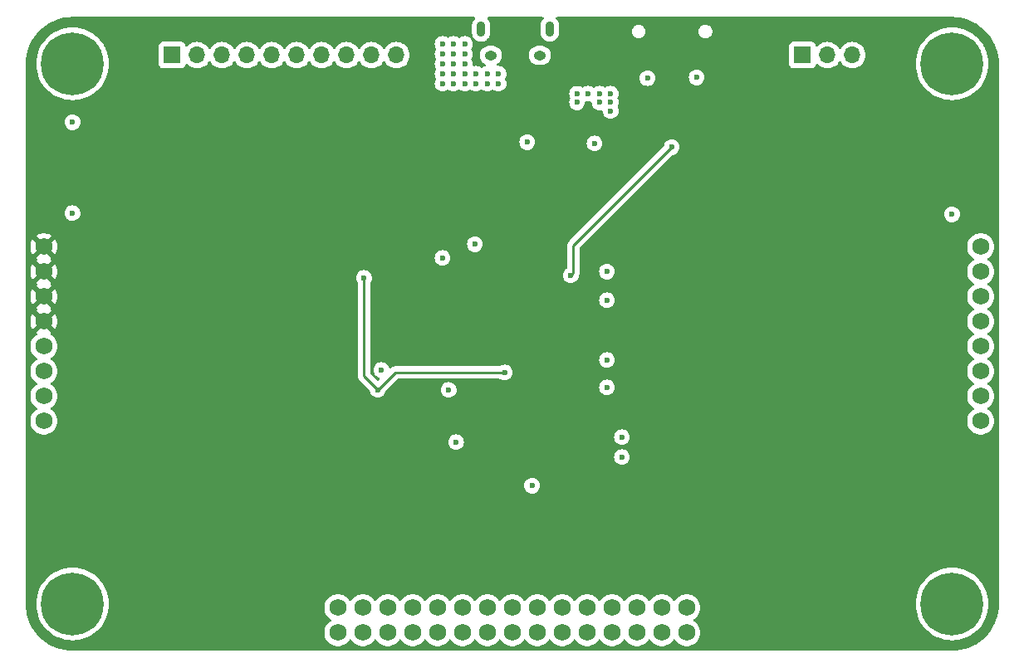
<source format=gbr>
%TF.GenerationSoftware,KiCad,Pcbnew,8.0.7*%
%TF.CreationDate,2025-01-22T16:07:47-05:00*%
%TF.ProjectId,companion,636f6d70-616e-4696-9f6e-2e6b69636164,rev?*%
%TF.SameCoordinates,Original*%
%TF.FileFunction,Copper,L4,Bot*%
%TF.FilePolarity,Positive*%
%FSLAX46Y46*%
G04 Gerber Fmt 4.6, Leading zero omitted, Abs format (unit mm)*
G04 Created by KiCad (PCBNEW 8.0.7) date 2025-01-22 16:07:47*
%MOMM*%
%LPD*%
G01*
G04 APERTURE LIST*
%TA.AperFunction,ComponentPad*%
%ADD10C,1.750000*%
%TD*%
%TA.AperFunction,ComponentPad*%
%ADD11C,0.800000*%
%TD*%
%TA.AperFunction,ComponentPad*%
%ADD12C,6.400000*%
%TD*%
%TA.AperFunction,ComponentPad*%
%ADD13O,0.890000X1.550000*%
%TD*%
%TA.AperFunction,ComponentPad*%
%ADD14O,1.250000X0.950000*%
%TD*%
%TA.AperFunction,ComponentPad*%
%ADD15R,1.700000X1.700000*%
%TD*%
%TA.AperFunction,ComponentPad*%
%ADD16O,1.700000X1.700000*%
%TD*%
%TA.AperFunction,ViaPad*%
%ADD17C,0.600000*%
%TD*%
%TA.AperFunction,Conductor*%
%ADD18C,0.254000*%
%TD*%
G04 APERTURE END LIST*
D10*
%TO.P,U1,1,VBUS*%
%TO.N,VBUS*%
X103632000Y-66040000D03*
%TO.P,U1,2,VBUS*%
X103632000Y-68580000D03*
%TO.P,U1,3,VBUS*%
X103632000Y-71120000D03*
%TO.P,U1,4,VBUS*%
X103632000Y-73660000D03*
%TO.P,U1,5,GND*%
%TO.N,GND*%
X103632000Y-76200000D03*
%TO.P,U1,6,GND*%
X103632000Y-78740000D03*
%TO.P,U1,7,GND*%
X103632000Y-81280000D03*
%TO.P,U1,8,GND*%
X103632000Y-83820000D03*
%TO.P,U1,9,DATA0*%
%TO.N,/DATA0*%
X133604000Y-105410000D03*
%TO.P,U1,10,DATA1*%
%TO.N,/DATA1*%
X136144000Y-105410000D03*
%TO.P,U1,11,DATA2*%
%TO.N,/DATA2*%
X138684000Y-105410000D03*
%TO.P,U1,12,DATA3*%
%TO.N,/DATA3*%
X141224000Y-105410000D03*
%TO.P,U1,13,GND*%
%TO.N,GND*%
X143764000Y-105410000D03*
%TO.P,U1,14,DATA4*%
%TO.N,/DATA4*%
X146304000Y-105410000D03*
%TO.P,U1,15,DATA5*%
%TO.N,/DATA5*%
X148844000Y-105410000D03*
%TO.P,U1,16,DATA6*%
%TO.N,/DATA6*%
X151384000Y-105410000D03*
%TO.P,U1,17,DATA7*%
%TO.N,/DATA7*%
X153924000Y-105410000D03*
%TO.P,U1,18,GND*%
%TO.N,GND*%
X156464000Y-105410000D03*
%TO.P,U1,19,DATA8*%
%TO.N,/DATA8*%
X159004000Y-105410000D03*
%TO.P,U1,20,DATA9*%
%TO.N,/DATA9*%
X161544000Y-105410000D03*
%TO.P,U1,21,DATA10*%
%TO.N,/DATA10*%
X164084000Y-105410000D03*
%TO.P,U1,22,DATA11*%
%TO.N,/DATA11*%
X166624000Y-105410000D03*
%TO.P,U1,23,DATA12*%
%TO.N,/DATA12*%
X169164000Y-105410000D03*
%TO.P,U1,24,DATA13*%
%TO.N,/DATA13*%
X169164000Y-102870000D03*
%TO.P,U1,25,DATA14*%
%TO.N,/DATA14*%
X166624000Y-102870000D03*
%TO.P,U1,26,DATA15*%
%TO.N,/DATA15*%
X164084000Y-102870000D03*
%TO.P,U1,27,ADDR5*%
%TO.N,/ADDR5*%
X161544000Y-102870000D03*
%TO.P,U1,28,ADDR4*%
%TO.N,/ADDR4*%
X159004000Y-102870000D03*
%TO.P,U1,29,GND*%
%TO.N,GND*%
X156464000Y-102870000D03*
%TO.P,U1,30,ADDR3*%
%TO.N,/ADDR3*%
X153924000Y-102870000D03*
%TO.P,U1,31,ADDR2*%
%TO.N,/ADDR2*%
X151384000Y-102870000D03*
%TO.P,U1,32,ADDR1*%
%TO.N,/ADDR1*%
X148844000Y-102870000D03*
%TO.P,U1,33,ADDR0*%
%TO.N,/ADDR0*%
X146304000Y-102870000D03*
%TO.P,U1,34,GND*%
%TO.N,GND*%
X143764000Y-102870000D03*
%TO.P,U1,35,~{WRITE}/READ*%
%TO.N,/~{W}{slash}R*%
X141224000Y-102870000D03*
%TO.P,U1,36,~{BYTE}/WORD*%
%TO.N,/~{B}{slash}W*%
X138684000Y-102870000D03*
%TO.P,U1,37,~{ENABLE}*%
%TO.N,/~{EN}*%
X136144000Y-102870000D03*
%TO.P,U1,38,CLK*%
%TO.N,/CLK*%
X133604000Y-102870000D03*
%TO.P,U1,39,GND*%
%TO.N,GND*%
X199136000Y-83820000D03*
%TO.P,U1,40,CDONE*%
%TO.N,/CDONE*%
X199136000Y-81280000D03*
%TO.P,U1,41,~{CRESET}*%
%TO.N,/~{CRESET}*%
X199136000Y-78740000D03*
%TO.P,U1,42,~{FLASH_RESET}*%
%TO.N,/~{FRESET}*%
X199136000Y-76200000D03*
%TO.P,U1,43,~{FLASH_SEL}*%
%TO.N,/~{FSEL}*%
X199136000Y-73660000D03*
%TO.P,U1,44,SCK*%
%TO.N,/SPI_SCK*%
X199136000Y-71120000D03*
%TO.P,U1,45,SDO*%
%TO.N,/SPI_MISO*%
X199136000Y-68580000D03*
%TO.P,U1,46,SDI*%
%TO.N,/SPI_MOSI*%
X199136000Y-66040000D03*
%TD*%
D11*
%TO.P,H3,1,1*%
%TO.N,GND*%
X193815000Y-102489000D03*
X194517944Y-100791944D03*
X194517944Y-104186056D03*
X196215000Y-100089000D03*
D12*
X196215000Y-102489000D03*
D11*
X196215000Y-104889000D03*
X197912056Y-100791944D03*
X197912056Y-104186056D03*
X198615000Y-102489000D03*
%TD*%
%TO.P,H1,1,1*%
%TO.N,GND*%
X104153000Y-47371000D03*
X104855944Y-45673944D03*
X104855944Y-49068056D03*
X106553000Y-44971000D03*
D12*
X106553000Y-47371000D03*
D11*
X106553000Y-49771000D03*
X108250056Y-45673944D03*
X108250056Y-49068056D03*
X108953000Y-47371000D03*
%TD*%
%TO.P,H2,1,1*%
%TO.N,GND*%
X193815000Y-47371000D03*
X194517944Y-45673944D03*
X194517944Y-49068056D03*
X196215000Y-44971000D03*
D12*
X196215000Y-47371000D03*
D11*
X196215000Y-49771000D03*
X197912056Y-45673944D03*
X197912056Y-49068056D03*
X198615000Y-47371000D03*
%TD*%
D13*
%TO.P,J1,6,Shield*%
%TO.N,unconnected-(J1-Shield-Pad6)_2*%
X155209000Y-43815000D03*
D14*
X154209000Y-46515000D03*
X149209000Y-46515000D03*
D13*
X148209000Y-43815000D03*
%TD*%
D15*
%TO.P,J2,1,Pin_1*%
%TO.N,+3.3V*%
X116713000Y-46482000D03*
D16*
%TO.P,J2,2,Pin_2*%
%TO.N,/SYS_SWDIO*%
X119253000Y-46482000D03*
%TO.P,J2,3,Pin_3*%
%TO.N,GND*%
X121793000Y-46482000D03*
%TO.P,J2,4,Pin_4*%
%TO.N,/SYS_SWCLK*%
X124333000Y-46482000D03*
%TO.P,J2,5,Pin_5*%
%TO.N,GND*%
X126873000Y-46482000D03*
%TO.P,J2,6,Pin_6*%
%TO.N,unconnected-(J2-Pin_6-Pad6)*%
X129413000Y-46482000D03*
%TO.P,J2,7,Pin_7*%
%TO.N,unconnected-(J2-Pin_7-Pad7)*%
X131953000Y-46482000D03*
%TO.P,J2,8,Pin_8*%
%TO.N,unconnected-(J2-Pin_8-Pad8)*%
X134493000Y-46482000D03*
%TO.P,J2,9,Pin_9*%
%TO.N,GND*%
X137033000Y-46482000D03*
%TO.P,J2,10,Pin_10*%
%TO.N,/NRST*%
X139573000Y-46482000D03*
%TD*%
D11*
%TO.P,H4,1,1*%
%TO.N,GND*%
X104153000Y-102489000D03*
X104855944Y-100791944D03*
X104855944Y-104186056D03*
X106553000Y-100089000D03*
D12*
X106553000Y-102489000D03*
D11*
X106553000Y-104889000D03*
X108250056Y-100791944D03*
X108250056Y-104186056D03*
X108953000Y-102489000D03*
%TD*%
D15*
%TO.P,J3,1,Pin_1*%
%TO.N,/BOOT_RX*%
X180975000Y-46482000D03*
D16*
%TO.P,J3,2,Pin_2*%
%TO.N,/BOOT_TX*%
X183515000Y-46482000D03*
%TO.P,J3,3,Pin_3*%
%TO.N,GND*%
X186055000Y-46482000D03*
%TD*%
D17*
%TO.N,GND*%
X162560000Y-87503000D03*
X159766000Y-55499000D03*
X161036000Y-71501000D03*
X149987000Y-49403000D03*
X170180000Y-48768000D03*
X144272000Y-45339000D03*
X148844000Y-48387000D03*
X144272000Y-48387000D03*
X145415000Y-45339000D03*
X145415000Y-49403000D03*
X146558000Y-47371000D03*
X145415000Y-47371000D03*
X146558000Y-48387000D03*
X138049000Y-78613000D03*
X147701000Y-48387000D03*
X146558000Y-49403000D03*
X144272000Y-47371000D03*
X147574000Y-65786000D03*
X147701000Y-49403000D03*
X145415000Y-48387000D03*
X161036000Y-80391000D03*
X146558000Y-46355000D03*
X148844000Y-49403000D03*
X106553000Y-53340000D03*
X144272000Y-49403000D03*
X146558000Y-45339000D03*
X144272000Y-46355000D03*
X145415000Y-46355000D03*
X152908000Y-55372000D03*
X145658250Y-85979000D03*
X153405250Y-90424000D03*
X149987000Y-48387000D03*
%TO.N,+3.3V*%
X106553000Y-62611000D03*
X196215000Y-62738000D03*
X161417000Y-52197000D03*
X161036000Y-77597000D03*
X161417000Y-50419000D03*
X165167000Y-48828000D03*
X159131000Y-50419000D03*
X161417000Y-51308000D03*
X160274000Y-51308000D03*
X162560000Y-85471000D03*
X144907000Y-80645000D03*
X161036000Y-68580000D03*
X144272000Y-67183000D03*
X157988000Y-51308000D03*
X160274000Y-50419000D03*
X157988000Y-50419000D03*
%TO.N,VBUS*%
X156845000Y-45339000D03*
X153416000Y-49403000D03*
X156845000Y-46355000D03*
X157988000Y-46355000D03*
X155702000Y-48387000D03*
X156845000Y-48387000D03*
X154559000Y-49403000D03*
X158369000Y-55753000D03*
X153416000Y-48387000D03*
X157988000Y-49403000D03*
X156845000Y-47371000D03*
X154559000Y-48387000D03*
X154559000Y-50419000D03*
X157988000Y-48387000D03*
X157988000Y-47371000D03*
X153416000Y-50419000D03*
X156845000Y-49403000D03*
X155702000Y-49403000D03*
X157988000Y-45339000D03*
%TO.N,/BOOT0*%
X157353000Y-68961000D03*
X167640000Y-55880000D03*
%TO.N,/NRST*%
X136271000Y-69215000D03*
X137668000Y-80645000D03*
X150622000Y-78867000D03*
%TD*%
D18*
%TO.N,/BOOT0*%
X157607000Y-68707000D02*
X157607000Y-65913000D01*
X157353000Y-68961000D02*
X157607000Y-68707000D01*
X157607000Y-65913000D02*
X167640000Y-55880000D01*
%TO.N,/NRST*%
X136271000Y-79248000D02*
X137668000Y-80645000D01*
X139446000Y-78867000D02*
X137668000Y-80645000D01*
X150622000Y-78867000D02*
X139446000Y-78867000D01*
X136271000Y-69215000D02*
X136271000Y-79248000D01*
%TD*%
%TA.AperFunction,Conductor*%
%TO.N,VBUS*%
G36*
X147533037Y-42611185D02*
G01*
X147578792Y-42663989D01*
X147588736Y-42733147D01*
X147559711Y-42796703D01*
X147553679Y-42803181D01*
X147474584Y-42882275D01*
X147474578Y-42882283D01*
X147371109Y-43037135D01*
X147371109Y-43037136D01*
X147299835Y-43209207D01*
X147299833Y-43209215D01*
X147263500Y-43391871D01*
X147263500Y-44238128D01*
X147299833Y-44420784D01*
X147299835Y-44420792D01*
X147371109Y-44592863D01*
X147371109Y-44592864D01*
X147474578Y-44747716D01*
X147474584Y-44747724D01*
X147606275Y-44879415D01*
X147606283Y-44879421D01*
X147761135Y-44982890D01*
X147777040Y-44989478D01*
X147933208Y-45054165D01*
X148115871Y-45090499D01*
X148115874Y-45090500D01*
X148115876Y-45090500D01*
X148302126Y-45090500D01*
X148302127Y-45090499D01*
X148484792Y-45054165D01*
X148656862Y-44982891D01*
X148656863Y-44982890D01*
X148656864Y-44982890D01*
X148733772Y-44931501D01*
X148811721Y-44879418D01*
X148943418Y-44747721D01*
X148995501Y-44669772D01*
X149046890Y-44592864D01*
X149046890Y-44592863D01*
X149046891Y-44592862D01*
X149118165Y-44420792D01*
X149154500Y-44238124D01*
X149154500Y-43391876D01*
X149154500Y-43391873D01*
X149154499Y-43391871D01*
X149149850Y-43368500D01*
X149118165Y-43209208D01*
X149046891Y-43037138D01*
X149046890Y-43037136D01*
X149046890Y-43037135D01*
X148943421Y-42882283D01*
X148943415Y-42882275D01*
X148864321Y-42803181D01*
X148830836Y-42741858D01*
X148835820Y-42672166D01*
X148877692Y-42616233D01*
X148943156Y-42591816D01*
X148952002Y-42591500D01*
X154465998Y-42591500D01*
X154533037Y-42611185D01*
X154578792Y-42663989D01*
X154588736Y-42733147D01*
X154559711Y-42796703D01*
X154553679Y-42803181D01*
X154474584Y-42882275D01*
X154474578Y-42882283D01*
X154371109Y-43037135D01*
X154371109Y-43037136D01*
X154299835Y-43209207D01*
X154299833Y-43209215D01*
X154263500Y-43391871D01*
X154263500Y-44238128D01*
X154299833Y-44420784D01*
X154299835Y-44420792D01*
X154371109Y-44592863D01*
X154371109Y-44592864D01*
X154474578Y-44747716D01*
X154474584Y-44747724D01*
X154606275Y-44879415D01*
X154606283Y-44879421D01*
X154761135Y-44982890D01*
X154777040Y-44989478D01*
X154933208Y-45054165D01*
X155115871Y-45090499D01*
X155115874Y-45090500D01*
X155115876Y-45090500D01*
X155302126Y-45090500D01*
X155302127Y-45090499D01*
X155484792Y-45054165D01*
X155656862Y-44982891D01*
X155656863Y-44982890D01*
X155656864Y-44982890D01*
X155733772Y-44931501D01*
X155811721Y-44879418D01*
X155943418Y-44747721D01*
X155995501Y-44669772D01*
X156046890Y-44592864D01*
X156046890Y-44592863D01*
X156046891Y-44592862D01*
X156118165Y-44420792D01*
X156154500Y-44238124D01*
X156154500Y-44137995D01*
X163566499Y-44137995D01*
X163593418Y-44273322D01*
X163593421Y-44273332D01*
X163646221Y-44400804D01*
X163646228Y-44400817D01*
X163722885Y-44515541D01*
X163722888Y-44515545D01*
X163820454Y-44613111D01*
X163820458Y-44613114D01*
X163935182Y-44689771D01*
X163935195Y-44689778D01*
X164062667Y-44742578D01*
X164062672Y-44742580D01*
X164062676Y-44742580D01*
X164062677Y-44742581D01*
X164198004Y-44769500D01*
X164198007Y-44769500D01*
X164335995Y-44769500D01*
X164427041Y-44751389D01*
X164471328Y-44742580D01*
X164598811Y-44689775D01*
X164713542Y-44613114D01*
X164811114Y-44515542D01*
X164887775Y-44400811D01*
X164940580Y-44273328D01*
X164967500Y-44137995D01*
X170366499Y-44137995D01*
X170393418Y-44273322D01*
X170393421Y-44273332D01*
X170446221Y-44400804D01*
X170446228Y-44400817D01*
X170522885Y-44515541D01*
X170522888Y-44515545D01*
X170620454Y-44613111D01*
X170620458Y-44613114D01*
X170735182Y-44689771D01*
X170735195Y-44689778D01*
X170862667Y-44742578D01*
X170862672Y-44742580D01*
X170862676Y-44742580D01*
X170862677Y-44742581D01*
X170998004Y-44769500D01*
X170998007Y-44769500D01*
X171135995Y-44769500D01*
X171227041Y-44751389D01*
X171271328Y-44742580D01*
X171398811Y-44689775D01*
X171513542Y-44613114D01*
X171611114Y-44515542D01*
X171687775Y-44400811D01*
X171740580Y-44273328D01*
X171767500Y-44137993D01*
X171767500Y-44000007D01*
X171767500Y-44000004D01*
X171740581Y-43864677D01*
X171740580Y-43864676D01*
X171740580Y-43864672D01*
X171733172Y-43846788D01*
X171687778Y-43737195D01*
X171687771Y-43737182D01*
X171611114Y-43622458D01*
X171611111Y-43622454D01*
X171513545Y-43524888D01*
X171513541Y-43524885D01*
X171398817Y-43448228D01*
X171398804Y-43448221D01*
X171271332Y-43395421D01*
X171271322Y-43395418D01*
X171135995Y-43368500D01*
X171135993Y-43368500D01*
X170998007Y-43368500D01*
X170998005Y-43368500D01*
X170862677Y-43395418D01*
X170862667Y-43395421D01*
X170735195Y-43448221D01*
X170735182Y-43448228D01*
X170620458Y-43524885D01*
X170620454Y-43524888D01*
X170522888Y-43622454D01*
X170522885Y-43622458D01*
X170446228Y-43737182D01*
X170446221Y-43737195D01*
X170393421Y-43864667D01*
X170393418Y-43864677D01*
X170366500Y-44000004D01*
X170366500Y-44000007D01*
X170366500Y-44137993D01*
X170366500Y-44137995D01*
X170366499Y-44137995D01*
X164967500Y-44137995D01*
X164967500Y-44137993D01*
X164967500Y-44000007D01*
X164967500Y-44000004D01*
X164940581Y-43864677D01*
X164940580Y-43864676D01*
X164940580Y-43864672D01*
X164933172Y-43846788D01*
X164887778Y-43737195D01*
X164887771Y-43737182D01*
X164811114Y-43622458D01*
X164811111Y-43622454D01*
X164713545Y-43524888D01*
X164713541Y-43524885D01*
X164598817Y-43448228D01*
X164598804Y-43448221D01*
X164471332Y-43395421D01*
X164471322Y-43395418D01*
X164335995Y-43368500D01*
X164335993Y-43368500D01*
X164198007Y-43368500D01*
X164198005Y-43368500D01*
X164062677Y-43395418D01*
X164062667Y-43395421D01*
X163935195Y-43448221D01*
X163935182Y-43448228D01*
X163820458Y-43524885D01*
X163820454Y-43524888D01*
X163722888Y-43622454D01*
X163722885Y-43622458D01*
X163646228Y-43737182D01*
X163646221Y-43737195D01*
X163593421Y-43864667D01*
X163593418Y-43864677D01*
X163566500Y-44000004D01*
X163566500Y-44000007D01*
X163566500Y-44137993D01*
X163566500Y-44137995D01*
X163566499Y-44137995D01*
X156154500Y-44137995D01*
X156154500Y-43391876D01*
X156154500Y-43391873D01*
X156154499Y-43391871D01*
X156149850Y-43368500D01*
X156118165Y-43209208D01*
X156046891Y-43037138D01*
X156046890Y-43037136D01*
X156046890Y-43037135D01*
X155943421Y-42882283D01*
X155943415Y-42882275D01*
X155864321Y-42803181D01*
X155830836Y-42741858D01*
X155835820Y-42672166D01*
X155877692Y-42616233D01*
X155943156Y-42591816D01*
X155952002Y-42591500D01*
X196167405Y-42591500D01*
X196212294Y-42591500D01*
X196217702Y-42591618D01*
X196231499Y-42592220D01*
X196626173Y-42609451D01*
X196636910Y-42610391D01*
X197039584Y-42663404D01*
X197050222Y-42665279D01*
X197446749Y-42753188D01*
X197457189Y-42755986D01*
X197844530Y-42878113D01*
X197854676Y-42881806D01*
X198229911Y-43037234D01*
X198239702Y-43041800D01*
X198561288Y-43209207D01*
X198599942Y-43229329D01*
X198609309Y-43234736D01*
X198944424Y-43448228D01*
X198951840Y-43452952D01*
X198960699Y-43459155D01*
X199173514Y-43622454D01*
X199282909Y-43706396D01*
X199291195Y-43713350D01*
X199590624Y-43987726D01*
X199598273Y-43995375D01*
X199872649Y-44294804D01*
X199879603Y-44303090D01*
X200126842Y-44625297D01*
X200133047Y-44634159D01*
X200351262Y-44976689D01*
X200356670Y-44986057D01*
X200544196Y-45346290D01*
X200548768Y-45356094D01*
X200704189Y-45731313D01*
X200707889Y-45741479D01*
X200830012Y-46128806D01*
X200832812Y-46139254D01*
X200920718Y-46535769D01*
X200922596Y-46546423D01*
X200975606Y-46949069D01*
X200976549Y-46959845D01*
X200994382Y-47368297D01*
X200994500Y-47373706D01*
X200994500Y-102486293D01*
X200994382Y-102491702D01*
X200976549Y-102900154D01*
X200975606Y-102910930D01*
X200922596Y-103313576D01*
X200920718Y-103324230D01*
X200832812Y-103720745D01*
X200830012Y-103731193D01*
X200707889Y-104118520D01*
X200704189Y-104128686D01*
X200548768Y-104503905D01*
X200544196Y-104513709D01*
X200356670Y-104873942D01*
X200351262Y-104883310D01*
X200133047Y-105225840D01*
X200126842Y-105234702D01*
X199879603Y-105556909D01*
X199872649Y-105565195D01*
X199598273Y-105864624D01*
X199590624Y-105872273D01*
X199291195Y-106146649D01*
X199282909Y-106153603D01*
X198960702Y-106400842D01*
X198951840Y-106407047D01*
X198609310Y-106625262D01*
X198599942Y-106630670D01*
X198239709Y-106818196D01*
X198229905Y-106822768D01*
X197854686Y-106978189D01*
X197844520Y-106981889D01*
X197457193Y-107104012D01*
X197446745Y-107106812D01*
X197050230Y-107194718D01*
X197039576Y-107196596D01*
X196636930Y-107249606D01*
X196626154Y-107250549D01*
X196217703Y-107268382D01*
X196212294Y-107268500D01*
X106555706Y-107268500D01*
X106550297Y-107268382D01*
X106141845Y-107250549D01*
X106131069Y-107249606D01*
X105728423Y-107196596D01*
X105717769Y-107194718D01*
X105321254Y-107106812D01*
X105310806Y-107104012D01*
X104923479Y-106981889D01*
X104913313Y-106978189D01*
X104538094Y-106822768D01*
X104528290Y-106818196D01*
X104168057Y-106630670D01*
X104158689Y-106625262D01*
X103816159Y-106407047D01*
X103807297Y-106400842D01*
X103485090Y-106153603D01*
X103476804Y-106146649D01*
X103177375Y-105872273D01*
X103169726Y-105864624D01*
X102895350Y-105565195D01*
X102888396Y-105556909D01*
X102641157Y-105234702D01*
X102634952Y-105225840D01*
X102607552Y-105182831D01*
X102416736Y-104883309D01*
X102411329Y-104873942D01*
X102223803Y-104513709D01*
X102219231Y-104503905D01*
X102063806Y-104128676D01*
X102060110Y-104118520D01*
X102048017Y-104080166D01*
X101937986Y-103731189D01*
X101935187Y-103720745D01*
X101908391Y-103599875D01*
X101847279Y-103324222D01*
X101845403Y-103313576D01*
X101838275Y-103259433D01*
X101792391Y-102910910D01*
X101791451Y-102900173D01*
X101773618Y-102491701D01*
X101773559Y-102489000D01*
X102847422Y-102489000D01*
X102867722Y-102876338D01*
X102928398Y-103259433D01*
X103012845Y-103574596D01*
X103028788Y-103634094D01*
X103167787Y-103996197D01*
X103343877Y-104341793D01*
X103555122Y-104667082D01*
X103555124Y-104667084D01*
X103799219Y-104968516D01*
X104073484Y-105242781D01*
X104073488Y-105242784D01*
X104374917Y-105486877D01*
X104606362Y-105637179D01*
X104700211Y-105698125D01*
X105014288Y-105858155D01*
X105041996Y-105872273D01*
X105045806Y-105874214D01*
X105407913Y-106013214D01*
X105782567Y-106113602D01*
X106165662Y-106174278D01*
X106531576Y-106193455D01*
X106552999Y-106194578D01*
X106553000Y-106194578D01*
X106553001Y-106194578D01*
X106573301Y-106193514D01*
X106940338Y-106174278D01*
X107323433Y-106113602D01*
X107698087Y-106013214D01*
X108060194Y-105874214D01*
X108405789Y-105698125D01*
X108731084Y-105486876D01*
X109032516Y-105242781D01*
X109306781Y-104968516D01*
X109550876Y-104667084D01*
X109762125Y-104341789D01*
X109938214Y-103996194D01*
X110077214Y-103634087D01*
X110177602Y-103259433D01*
X110238278Y-102876338D01*
X110238611Y-102869993D01*
X132223786Y-102869993D01*
X132223786Y-102870006D01*
X132242608Y-103097168D01*
X132242610Y-103097179D01*
X132298569Y-103318155D01*
X132390137Y-103526908D01*
X132514814Y-103717742D01*
X132669208Y-103885458D01*
X132669212Y-103885461D01*
X132811485Y-103996197D01*
X132849094Y-104025469D01*
X132849096Y-104025470D01*
X132849099Y-104025472D01*
X132859214Y-104030946D01*
X132908804Y-104080166D01*
X132923911Y-104148382D01*
X132899740Y-104213938D01*
X132859214Y-104249054D01*
X132849099Y-104254527D01*
X132849090Y-104254533D01*
X132669212Y-104394538D01*
X132669208Y-104394541D01*
X132514814Y-104562257D01*
X132390137Y-104753091D01*
X132298569Y-104961844D01*
X132242610Y-105182820D01*
X132242608Y-105182831D01*
X132223786Y-105409993D01*
X132223786Y-105410006D01*
X132242608Y-105637168D01*
X132242610Y-105637179D01*
X132298569Y-105858155D01*
X132390137Y-106066908D01*
X132514814Y-106257742D01*
X132514817Y-106257745D01*
X132649580Y-106404137D01*
X132669208Y-106425458D01*
X132669212Y-106425461D01*
X132849094Y-106565469D01*
X132849096Y-106565470D01*
X132849099Y-106565472D01*
X132909731Y-106598284D01*
X133049574Y-106673963D01*
X133161529Y-106712397D01*
X133265173Y-106747979D01*
X133265175Y-106747979D01*
X133265177Y-106747980D01*
X133490023Y-106785500D01*
X133490024Y-106785500D01*
X133717976Y-106785500D01*
X133717977Y-106785500D01*
X133942823Y-106747980D01*
X134158426Y-106673963D01*
X134358906Y-106565469D01*
X134538794Y-106425456D01*
X134693183Y-106257745D01*
X134770191Y-106139874D01*
X134823337Y-106094518D01*
X134892568Y-106085094D01*
X134955904Y-106114596D01*
X134977809Y-106139875D01*
X135054814Y-106257742D01*
X135054817Y-106257745D01*
X135189580Y-106404137D01*
X135209208Y-106425458D01*
X135209212Y-106425461D01*
X135389094Y-106565469D01*
X135389096Y-106565470D01*
X135389099Y-106565472D01*
X135449731Y-106598284D01*
X135589574Y-106673963D01*
X135701529Y-106712397D01*
X135805173Y-106747979D01*
X135805175Y-106747979D01*
X135805177Y-106747980D01*
X136030023Y-106785500D01*
X136030024Y-106785500D01*
X136257976Y-106785500D01*
X136257977Y-106785500D01*
X136482823Y-106747980D01*
X136698426Y-106673963D01*
X136898906Y-106565469D01*
X137078794Y-106425456D01*
X137233183Y-106257745D01*
X137310191Y-106139874D01*
X137363337Y-106094518D01*
X137432568Y-106085094D01*
X137495904Y-106114596D01*
X137517809Y-106139875D01*
X137594814Y-106257742D01*
X137594817Y-106257745D01*
X137729580Y-106404137D01*
X137749208Y-106425458D01*
X137749212Y-106425461D01*
X137929094Y-106565469D01*
X137929096Y-106565470D01*
X137929099Y-106565472D01*
X137989731Y-106598284D01*
X138129574Y-106673963D01*
X138241529Y-106712397D01*
X138345173Y-106747979D01*
X138345175Y-106747979D01*
X138345177Y-106747980D01*
X138570023Y-106785500D01*
X138570024Y-106785500D01*
X138797976Y-106785500D01*
X138797977Y-106785500D01*
X139022823Y-106747980D01*
X139238426Y-106673963D01*
X139438906Y-106565469D01*
X139618794Y-106425456D01*
X139773183Y-106257745D01*
X139850191Y-106139874D01*
X139903337Y-106094518D01*
X139972568Y-106085094D01*
X140035904Y-106114596D01*
X140057809Y-106139875D01*
X140134814Y-106257742D01*
X140134817Y-106257745D01*
X140269580Y-106404137D01*
X140289208Y-106425458D01*
X140289212Y-106425461D01*
X140469094Y-106565469D01*
X140469096Y-106565470D01*
X140469099Y-106565472D01*
X140529731Y-106598284D01*
X140669574Y-106673963D01*
X140781529Y-106712397D01*
X140885173Y-106747979D01*
X140885175Y-106747979D01*
X140885177Y-106747980D01*
X141110023Y-106785500D01*
X141110024Y-106785500D01*
X141337976Y-106785500D01*
X141337977Y-106785500D01*
X141562823Y-106747980D01*
X141778426Y-106673963D01*
X141978906Y-106565469D01*
X142158794Y-106425456D01*
X142313183Y-106257745D01*
X142390191Y-106139874D01*
X142443337Y-106094518D01*
X142512568Y-106085094D01*
X142575904Y-106114596D01*
X142597809Y-106139875D01*
X142674814Y-106257742D01*
X142674817Y-106257745D01*
X142809580Y-106404137D01*
X142829208Y-106425458D01*
X142829212Y-106425461D01*
X143009094Y-106565469D01*
X143009096Y-106565470D01*
X143009099Y-106565472D01*
X143069731Y-106598284D01*
X143209574Y-106673963D01*
X143321529Y-106712397D01*
X143425173Y-106747979D01*
X143425175Y-106747979D01*
X143425177Y-106747980D01*
X143650023Y-106785500D01*
X143650024Y-106785500D01*
X143877976Y-106785500D01*
X143877977Y-106785500D01*
X144102823Y-106747980D01*
X144318426Y-106673963D01*
X144518906Y-106565469D01*
X144698794Y-106425456D01*
X144853183Y-106257745D01*
X144930191Y-106139874D01*
X144983337Y-106094518D01*
X145052568Y-106085094D01*
X145115904Y-106114596D01*
X145137809Y-106139875D01*
X145214814Y-106257742D01*
X145214817Y-106257745D01*
X145349580Y-106404137D01*
X145369208Y-106425458D01*
X145369212Y-106425461D01*
X145549094Y-106565469D01*
X145549096Y-106565470D01*
X145549099Y-106565472D01*
X145609731Y-106598284D01*
X145749574Y-106673963D01*
X145861529Y-106712397D01*
X145965173Y-106747979D01*
X145965175Y-106747979D01*
X145965177Y-106747980D01*
X146190023Y-106785500D01*
X146190024Y-106785500D01*
X146417976Y-106785500D01*
X146417977Y-106785500D01*
X146642823Y-106747980D01*
X146858426Y-106673963D01*
X147058906Y-106565469D01*
X147238794Y-106425456D01*
X147393183Y-106257745D01*
X147470191Y-106139874D01*
X147523337Y-106094518D01*
X147592568Y-106085094D01*
X147655904Y-106114596D01*
X147677809Y-106139875D01*
X147754814Y-106257742D01*
X147754817Y-106257745D01*
X147889580Y-106404137D01*
X147909208Y-106425458D01*
X147909212Y-106425461D01*
X148089094Y-106565469D01*
X148089096Y-106565470D01*
X148089099Y-106565472D01*
X148149731Y-106598284D01*
X148289574Y-106673963D01*
X148401529Y-106712397D01*
X148505173Y-106747979D01*
X148505175Y-106747979D01*
X148505177Y-106747980D01*
X148730023Y-106785500D01*
X148730024Y-106785500D01*
X148957976Y-106785500D01*
X148957977Y-106785500D01*
X149182823Y-106747980D01*
X149398426Y-106673963D01*
X149598906Y-106565469D01*
X149778794Y-106425456D01*
X149933183Y-106257745D01*
X150010191Y-106139874D01*
X150063337Y-106094518D01*
X150132568Y-106085094D01*
X150195904Y-106114596D01*
X150217809Y-106139875D01*
X150294814Y-106257742D01*
X150294817Y-106257745D01*
X150429580Y-106404137D01*
X150449208Y-106425458D01*
X150449212Y-106425461D01*
X150629094Y-106565469D01*
X150629096Y-106565470D01*
X150629099Y-106565472D01*
X150689731Y-106598284D01*
X150829574Y-106673963D01*
X150941529Y-106712397D01*
X151045173Y-106747979D01*
X151045175Y-106747979D01*
X151045177Y-106747980D01*
X151270023Y-106785500D01*
X151270024Y-106785500D01*
X151497976Y-106785500D01*
X151497977Y-106785500D01*
X151722823Y-106747980D01*
X151938426Y-106673963D01*
X152138906Y-106565469D01*
X152318794Y-106425456D01*
X152473183Y-106257745D01*
X152550191Y-106139874D01*
X152603337Y-106094518D01*
X152672568Y-106085094D01*
X152735904Y-106114596D01*
X152757809Y-106139875D01*
X152834814Y-106257742D01*
X152834817Y-106257745D01*
X152969580Y-106404137D01*
X152989208Y-106425458D01*
X152989212Y-106425461D01*
X153169094Y-106565469D01*
X153169096Y-106565470D01*
X153169099Y-106565472D01*
X153229731Y-106598284D01*
X153369574Y-106673963D01*
X153481529Y-106712397D01*
X153585173Y-106747979D01*
X153585175Y-106747979D01*
X153585177Y-106747980D01*
X153810023Y-106785500D01*
X153810024Y-106785500D01*
X154037976Y-106785500D01*
X154037977Y-106785500D01*
X154262823Y-106747980D01*
X154478426Y-106673963D01*
X154678906Y-106565469D01*
X154858794Y-106425456D01*
X155013183Y-106257745D01*
X155090191Y-106139874D01*
X155143337Y-106094518D01*
X155212568Y-106085094D01*
X155275904Y-106114596D01*
X155297809Y-106139875D01*
X155374814Y-106257742D01*
X155374817Y-106257745D01*
X155509580Y-106404137D01*
X155529208Y-106425458D01*
X155529212Y-106425461D01*
X155709094Y-106565469D01*
X155709096Y-106565470D01*
X155709099Y-106565472D01*
X155769731Y-106598284D01*
X155909574Y-106673963D01*
X156021529Y-106712397D01*
X156125173Y-106747979D01*
X156125175Y-106747979D01*
X156125177Y-106747980D01*
X156350023Y-106785500D01*
X156350024Y-106785500D01*
X156577976Y-106785500D01*
X156577977Y-106785500D01*
X156802823Y-106747980D01*
X157018426Y-106673963D01*
X157218906Y-106565469D01*
X157398794Y-106425456D01*
X157553183Y-106257745D01*
X157630191Y-106139874D01*
X157683337Y-106094518D01*
X157752568Y-106085094D01*
X157815904Y-106114596D01*
X157837809Y-106139875D01*
X157914814Y-106257742D01*
X157914817Y-106257745D01*
X158049580Y-106404137D01*
X158069208Y-106425458D01*
X158069212Y-106425461D01*
X158249094Y-106565469D01*
X158249096Y-106565470D01*
X158249099Y-106565472D01*
X158309731Y-106598284D01*
X158449574Y-106673963D01*
X158561529Y-106712397D01*
X158665173Y-106747979D01*
X158665175Y-106747979D01*
X158665177Y-106747980D01*
X158890023Y-106785500D01*
X158890024Y-106785500D01*
X159117976Y-106785500D01*
X159117977Y-106785500D01*
X159342823Y-106747980D01*
X159558426Y-106673963D01*
X159758906Y-106565469D01*
X159938794Y-106425456D01*
X160093183Y-106257745D01*
X160170191Y-106139874D01*
X160223337Y-106094518D01*
X160292568Y-106085094D01*
X160355904Y-106114596D01*
X160377809Y-106139875D01*
X160454814Y-106257742D01*
X160454817Y-106257745D01*
X160589580Y-106404137D01*
X160609208Y-106425458D01*
X160609212Y-106425461D01*
X160789094Y-106565469D01*
X160789096Y-106565470D01*
X160789099Y-106565472D01*
X160849731Y-106598284D01*
X160989574Y-106673963D01*
X161101529Y-106712397D01*
X161205173Y-106747979D01*
X161205175Y-106747979D01*
X161205177Y-106747980D01*
X161430023Y-106785500D01*
X161430024Y-106785500D01*
X161657976Y-106785500D01*
X161657977Y-106785500D01*
X161882823Y-106747980D01*
X162098426Y-106673963D01*
X162298906Y-106565469D01*
X162478794Y-106425456D01*
X162633183Y-106257745D01*
X162710191Y-106139874D01*
X162763337Y-106094518D01*
X162832568Y-106085094D01*
X162895904Y-106114596D01*
X162917809Y-106139875D01*
X162994814Y-106257742D01*
X162994817Y-106257745D01*
X163129580Y-106404137D01*
X163149208Y-106425458D01*
X163149212Y-106425461D01*
X163329094Y-106565469D01*
X163329096Y-106565470D01*
X163329099Y-106565472D01*
X163389731Y-106598284D01*
X163529574Y-106673963D01*
X163641529Y-106712397D01*
X163745173Y-106747979D01*
X163745175Y-106747979D01*
X163745177Y-106747980D01*
X163970023Y-106785500D01*
X163970024Y-106785500D01*
X164197976Y-106785500D01*
X164197977Y-106785500D01*
X164422823Y-106747980D01*
X164638426Y-106673963D01*
X164838906Y-106565469D01*
X165018794Y-106425456D01*
X165173183Y-106257745D01*
X165250191Y-106139874D01*
X165303337Y-106094518D01*
X165372568Y-106085094D01*
X165435904Y-106114596D01*
X165457809Y-106139875D01*
X165534814Y-106257742D01*
X165534817Y-106257745D01*
X165669580Y-106404137D01*
X165689208Y-106425458D01*
X165689212Y-106425461D01*
X165869094Y-106565469D01*
X165869096Y-106565470D01*
X165869099Y-106565472D01*
X165929731Y-106598284D01*
X166069574Y-106673963D01*
X166181529Y-106712397D01*
X166285173Y-106747979D01*
X166285175Y-106747979D01*
X166285177Y-106747980D01*
X166510023Y-106785500D01*
X166510024Y-106785500D01*
X166737976Y-106785500D01*
X166737977Y-106785500D01*
X166962823Y-106747980D01*
X167178426Y-106673963D01*
X167378906Y-106565469D01*
X167558794Y-106425456D01*
X167713183Y-106257745D01*
X167790191Y-106139874D01*
X167843337Y-106094518D01*
X167912568Y-106085094D01*
X167975904Y-106114596D01*
X167997809Y-106139875D01*
X168074814Y-106257742D01*
X168074817Y-106257745D01*
X168209580Y-106404137D01*
X168229208Y-106425458D01*
X168229212Y-106425461D01*
X168409094Y-106565469D01*
X168409096Y-106565470D01*
X168409099Y-106565472D01*
X168469731Y-106598284D01*
X168609574Y-106673963D01*
X168721529Y-106712397D01*
X168825173Y-106747979D01*
X168825175Y-106747979D01*
X168825177Y-106747980D01*
X169050023Y-106785500D01*
X169050024Y-106785500D01*
X169277976Y-106785500D01*
X169277977Y-106785500D01*
X169502823Y-106747980D01*
X169718426Y-106673963D01*
X169918906Y-106565469D01*
X170098794Y-106425456D01*
X170253183Y-106257745D01*
X170377862Y-106066909D01*
X170469430Y-105858155D01*
X170525390Y-105637176D01*
X170526966Y-105618157D01*
X170544214Y-105410006D01*
X170544214Y-105409993D01*
X170525391Y-105182831D01*
X170525389Y-105182820D01*
X170469430Y-104961844D01*
X170377862Y-104753091D01*
X170253185Y-104562257D01*
X170098791Y-104394541D01*
X170098787Y-104394538D01*
X169918909Y-104254533D01*
X169918900Y-104254527D01*
X169908789Y-104249056D01*
X169859197Y-104199838D01*
X169844087Y-104131621D01*
X169868257Y-104066065D01*
X169908789Y-104030944D01*
X169918900Y-104025472D01*
X169918906Y-104025469D01*
X170098794Y-103885456D01*
X170253183Y-103717745D01*
X170377862Y-103526909D01*
X170469430Y-103318155D01*
X170525390Y-103097176D01*
X170540823Y-102910930D01*
X170544214Y-102870006D01*
X170544214Y-102869993D01*
X170525391Y-102642831D01*
X170525389Y-102642820D01*
X170486436Y-102489000D01*
X192509422Y-102489000D01*
X192529722Y-102876338D01*
X192590398Y-103259433D01*
X192674845Y-103574596D01*
X192690788Y-103634094D01*
X192829787Y-103996197D01*
X193005877Y-104341793D01*
X193217122Y-104667082D01*
X193217124Y-104667084D01*
X193461219Y-104968516D01*
X193735484Y-105242781D01*
X193735488Y-105242784D01*
X194036917Y-105486877D01*
X194268362Y-105637179D01*
X194362211Y-105698125D01*
X194676288Y-105858155D01*
X194703996Y-105872273D01*
X194707806Y-105874214D01*
X195069913Y-106013214D01*
X195444567Y-106113602D01*
X195827662Y-106174278D01*
X196193576Y-106193455D01*
X196214999Y-106194578D01*
X196215000Y-106194578D01*
X196215001Y-106194578D01*
X196235301Y-106193514D01*
X196602338Y-106174278D01*
X196985433Y-106113602D01*
X197360087Y-106013214D01*
X197722194Y-105874214D01*
X198067789Y-105698125D01*
X198393084Y-105486876D01*
X198694516Y-105242781D01*
X198968781Y-104968516D01*
X199212876Y-104667084D01*
X199424125Y-104341789D01*
X199600214Y-103996194D01*
X199739214Y-103634087D01*
X199839602Y-103259433D01*
X199900278Y-102876338D01*
X199920578Y-102489000D01*
X199900278Y-102101662D01*
X199839602Y-101718567D01*
X199739214Y-101343913D01*
X199600214Y-100981806D01*
X199424125Y-100636211D01*
X199212876Y-100310916D01*
X198968781Y-100009484D01*
X198694516Y-99735219D01*
X198393084Y-99491124D01*
X198393082Y-99491122D01*
X198067793Y-99279877D01*
X197722197Y-99103787D01*
X197360094Y-98964788D01*
X197360087Y-98964786D01*
X196985433Y-98864398D01*
X196985429Y-98864397D01*
X196985428Y-98864397D01*
X196602339Y-98803722D01*
X196215001Y-98783422D01*
X196214999Y-98783422D01*
X195827660Y-98803722D01*
X195444572Y-98864397D01*
X195444570Y-98864397D01*
X195069905Y-98964788D01*
X194707802Y-99103787D01*
X194362206Y-99279877D01*
X194036917Y-99491122D01*
X193735488Y-99735215D01*
X193735480Y-99735222D01*
X193461222Y-100009480D01*
X193461215Y-100009488D01*
X193217122Y-100310917D01*
X193005877Y-100636206D01*
X192829787Y-100981802D01*
X192690788Y-101343905D01*
X192590397Y-101718570D01*
X192590397Y-101718572D01*
X192529722Y-102101660D01*
X192511916Y-102441405D01*
X192509422Y-102489000D01*
X170486436Y-102489000D01*
X170469430Y-102421844D01*
X170377862Y-102213091D01*
X170253185Y-102022257D01*
X170098791Y-101854541D01*
X170098787Y-101854538D01*
X169918909Y-101714533D01*
X169918900Y-101714527D01*
X169718432Y-101606040D01*
X169718429Y-101606039D01*
X169718426Y-101606037D01*
X169718420Y-101606035D01*
X169718418Y-101606034D01*
X169502826Y-101532020D01*
X169334188Y-101503880D01*
X169277977Y-101494500D01*
X169050023Y-101494500D01*
X169005053Y-101502004D01*
X168825173Y-101532020D01*
X168609581Y-101606034D01*
X168609567Y-101606040D01*
X168409099Y-101714527D01*
X168409090Y-101714533D01*
X168229212Y-101854538D01*
X168229208Y-101854541D01*
X168074817Y-102022255D01*
X167997809Y-102140125D01*
X167944662Y-102185481D01*
X167875431Y-102194905D01*
X167812095Y-102165403D01*
X167790191Y-102140125D01*
X167765062Y-102101662D01*
X167713183Y-102022255D01*
X167558794Y-101854544D01*
X167558793Y-101854543D01*
X167558791Y-101854541D01*
X167558787Y-101854538D01*
X167378909Y-101714533D01*
X167378900Y-101714527D01*
X167178432Y-101606040D01*
X167178429Y-101606039D01*
X167178426Y-101606037D01*
X167178420Y-101606035D01*
X167178418Y-101606034D01*
X166962826Y-101532020D01*
X166794188Y-101503880D01*
X166737977Y-101494500D01*
X166510023Y-101494500D01*
X166465053Y-101502004D01*
X166285173Y-101532020D01*
X166069581Y-101606034D01*
X166069567Y-101606040D01*
X165869099Y-101714527D01*
X165869090Y-101714533D01*
X165689212Y-101854538D01*
X165689208Y-101854541D01*
X165534817Y-102022255D01*
X165457809Y-102140125D01*
X165404662Y-102185481D01*
X165335431Y-102194905D01*
X165272095Y-102165403D01*
X165250191Y-102140125D01*
X165225062Y-102101662D01*
X165173183Y-102022255D01*
X165018794Y-101854544D01*
X165018793Y-101854543D01*
X165018791Y-101854541D01*
X165018787Y-101854538D01*
X164838909Y-101714533D01*
X164838900Y-101714527D01*
X164638432Y-101606040D01*
X164638429Y-101606039D01*
X164638426Y-101606037D01*
X164638420Y-101606035D01*
X164638418Y-101606034D01*
X164422826Y-101532020D01*
X164254188Y-101503880D01*
X164197977Y-101494500D01*
X163970023Y-101494500D01*
X163925053Y-101502004D01*
X163745173Y-101532020D01*
X163529581Y-101606034D01*
X163529567Y-101606040D01*
X163329099Y-101714527D01*
X163329090Y-101714533D01*
X163149212Y-101854538D01*
X163149208Y-101854541D01*
X162994817Y-102022255D01*
X162917809Y-102140125D01*
X162864662Y-102185481D01*
X162795431Y-102194905D01*
X162732095Y-102165403D01*
X162710191Y-102140125D01*
X162685062Y-102101662D01*
X162633183Y-102022255D01*
X162478794Y-101854544D01*
X162478793Y-101854543D01*
X162478791Y-101854541D01*
X162478787Y-101854538D01*
X162298909Y-101714533D01*
X162298900Y-101714527D01*
X162098432Y-101606040D01*
X162098429Y-101606039D01*
X162098426Y-101606037D01*
X162098420Y-101606035D01*
X162098418Y-101606034D01*
X161882826Y-101532020D01*
X161714188Y-101503880D01*
X161657977Y-101494500D01*
X161430023Y-101494500D01*
X161385053Y-101502004D01*
X161205173Y-101532020D01*
X160989581Y-101606034D01*
X160989567Y-101606040D01*
X160789099Y-101714527D01*
X160789090Y-101714533D01*
X160609212Y-101854538D01*
X160609208Y-101854541D01*
X160454817Y-102022255D01*
X160377809Y-102140125D01*
X160324662Y-102185481D01*
X160255431Y-102194905D01*
X160192095Y-102165403D01*
X160170191Y-102140125D01*
X160145062Y-102101662D01*
X160093183Y-102022255D01*
X159938794Y-101854544D01*
X159938793Y-101854543D01*
X159938791Y-101854541D01*
X159938787Y-101854538D01*
X159758909Y-101714533D01*
X159758900Y-101714527D01*
X159558432Y-101606040D01*
X159558429Y-101606039D01*
X159558426Y-101606037D01*
X159558420Y-101606035D01*
X159558418Y-101606034D01*
X159342826Y-101532020D01*
X159174188Y-101503880D01*
X159117977Y-101494500D01*
X158890023Y-101494500D01*
X158845053Y-101502004D01*
X158665173Y-101532020D01*
X158449581Y-101606034D01*
X158449567Y-101606040D01*
X158249099Y-101714527D01*
X158249090Y-101714533D01*
X158069212Y-101854538D01*
X158069208Y-101854541D01*
X157914817Y-102022255D01*
X157837809Y-102140125D01*
X157784662Y-102185481D01*
X157715431Y-102194905D01*
X157652095Y-102165403D01*
X157630191Y-102140125D01*
X157605062Y-102101662D01*
X157553183Y-102022255D01*
X157398794Y-101854544D01*
X157398793Y-101854543D01*
X157398791Y-101854541D01*
X157398787Y-101854538D01*
X157218909Y-101714533D01*
X157218900Y-101714527D01*
X157018432Y-101606040D01*
X157018429Y-101606039D01*
X157018426Y-101606037D01*
X157018420Y-101606035D01*
X157018418Y-101606034D01*
X156802826Y-101532020D01*
X156634188Y-101503880D01*
X156577977Y-101494500D01*
X156350023Y-101494500D01*
X156305053Y-101502004D01*
X156125173Y-101532020D01*
X155909581Y-101606034D01*
X155909567Y-101606040D01*
X155709099Y-101714527D01*
X155709090Y-101714533D01*
X155529212Y-101854538D01*
X155529208Y-101854541D01*
X155374817Y-102022255D01*
X155297809Y-102140125D01*
X155244662Y-102185481D01*
X155175431Y-102194905D01*
X155112095Y-102165403D01*
X155090191Y-102140125D01*
X155065062Y-102101662D01*
X155013183Y-102022255D01*
X154858794Y-101854544D01*
X154858793Y-101854543D01*
X154858791Y-101854541D01*
X154858787Y-101854538D01*
X154678909Y-101714533D01*
X154678900Y-101714527D01*
X154478432Y-101606040D01*
X154478429Y-101606039D01*
X154478426Y-101606037D01*
X154478420Y-101606035D01*
X154478418Y-101606034D01*
X154262826Y-101532020D01*
X154094188Y-101503880D01*
X154037977Y-101494500D01*
X153810023Y-101494500D01*
X153765053Y-101502004D01*
X153585173Y-101532020D01*
X153369581Y-101606034D01*
X153369567Y-101606040D01*
X153169099Y-101714527D01*
X153169090Y-101714533D01*
X152989212Y-101854538D01*
X152989208Y-101854541D01*
X152834817Y-102022255D01*
X152757809Y-102140125D01*
X152704662Y-102185481D01*
X152635431Y-102194905D01*
X152572095Y-102165403D01*
X152550191Y-102140125D01*
X152525062Y-102101662D01*
X152473183Y-102022255D01*
X152318794Y-101854544D01*
X152318793Y-101854543D01*
X152318791Y-101854541D01*
X152318787Y-101854538D01*
X152138909Y-101714533D01*
X152138900Y-101714527D01*
X151938432Y-101606040D01*
X151938429Y-101606039D01*
X151938426Y-101606037D01*
X151938420Y-101606035D01*
X151938418Y-101606034D01*
X151722826Y-101532020D01*
X151554188Y-101503880D01*
X151497977Y-101494500D01*
X151270023Y-101494500D01*
X151225053Y-101502004D01*
X151045173Y-101532020D01*
X150829581Y-101606034D01*
X150829567Y-101606040D01*
X150629099Y-101714527D01*
X150629090Y-101714533D01*
X150449212Y-101854538D01*
X150449208Y-101854541D01*
X150294817Y-102022255D01*
X150217809Y-102140125D01*
X150164662Y-102185481D01*
X150095431Y-102194905D01*
X150032095Y-102165403D01*
X150010191Y-102140125D01*
X149985062Y-102101662D01*
X149933183Y-102022255D01*
X149778794Y-101854544D01*
X149778793Y-101854543D01*
X149778791Y-101854541D01*
X149778787Y-101854538D01*
X149598909Y-101714533D01*
X149598900Y-101714527D01*
X149398432Y-101606040D01*
X149398429Y-101606039D01*
X149398426Y-101606037D01*
X149398420Y-101606035D01*
X149398418Y-101606034D01*
X149182826Y-101532020D01*
X149014188Y-101503880D01*
X148957977Y-101494500D01*
X148730023Y-101494500D01*
X148685053Y-101502004D01*
X148505173Y-101532020D01*
X148289581Y-101606034D01*
X148289567Y-101606040D01*
X148089099Y-101714527D01*
X148089090Y-101714533D01*
X147909212Y-101854538D01*
X147909208Y-101854541D01*
X147754817Y-102022255D01*
X147677809Y-102140125D01*
X147624662Y-102185481D01*
X147555431Y-102194905D01*
X147492095Y-102165403D01*
X147470191Y-102140125D01*
X147445062Y-102101662D01*
X147393183Y-102022255D01*
X147238794Y-101854544D01*
X147238793Y-101854543D01*
X147238791Y-101854541D01*
X147238787Y-101854538D01*
X147058909Y-101714533D01*
X147058900Y-101714527D01*
X146858432Y-101606040D01*
X146858429Y-101606039D01*
X146858426Y-101606037D01*
X146858420Y-101606035D01*
X146858418Y-101606034D01*
X146642826Y-101532020D01*
X146474188Y-101503880D01*
X146417977Y-101494500D01*
X146190023Y-101494500D01*
X146145053Y-101502004D01*
X145965173Y-101532020D01*
X145749581Y-101606034D01*
X145749567Y-101606040D01*
X145549099Y-101714527D01*
X145549090Y-101714533D01*
X145369212Y-101854538D01*
X145369208Y-101854541D01*
X145214817Y-102022255D01*
X145137809Y-102140125D01*
X145084662Y-102185481D01*
X145015431Y-102194905D01*
X144952095Y-102165403D01*
X144930191Y-102140125D01*
X144905062Y-102101662D01*
X144853183Y-102022255D01*
X144698794Y-101854544D01*
X144698793Y-101854543D01*
X144698791Y-101854541D01*
X144698787Y-101854538D01*
X144518909Y-101714533D01*
X144518900Y-101714527D01*
X144318432Y-101606040D01*
X144318429Y-101606039D01*
X144318426Y-101606037D01*
X144318420Y-101606035D01*
X144318418Y-101606034D01*
X144102826Y-101532020D01*
X143934188Y-101503880D01*
X143877977Y-101494500D01*
X143650023Y-101494500D01*
X143605053Y-101502004D01*
X143425173Y-101532020D01*
X143209581Y-101606034D01*
X143209567Y-101606040D01*
X143009099Y-101714527D01*
X143009090Y-101714533D01*
X142829212Y-101854538D01*
X142829208Y-101854541D01*
X142674817Y-102022255D01*
X142597809Y-102140125D01*
X142544662Y-102185481D01*
X142475431Y-102194905D01*
X142412095Y-102165403D01*
X142390191Y-102140125D01*
X142365062Y-102101662D01*
X142313183Y-102022255D01*
X142158794Y-101854544D01*
X142158793Y-101854543D01*
X142158791Y-101854541D01*
X142158787Y-101854538D01*
X141978909Y-101714533D01*
X141978900Y-101714527D01*
X141778432Y-101606040D01*
X141778429Y-101606039D01*
X141778426Y-101606037D01*
X141778420Y-101606035D01*
X141778418Y-101606034D01*
X141562826Y-101532020D01*
X141394188Y-101503880D01*
X141337977Y-101494500D01*
X141110023Y-101494500D01*
X141065053Y-101502004D01*
X140885173Y-101532020D01*
X140669581Y-101606034D01*
X140669567Y-101606040D01*
X140469099Y-101714527D01*
X140469090Y-101714533D01*
X140289212Y-101854538D01*
X140289208Y-101854541D01*
X140134817Y-102022255D01*
X140057809Y-102140125D01*
X140004662Y-102185481D01*
X139935431Y-102194905D01*
X139872095Y-102165403D01*
X139850191Y-102140125D01*
X139825062Y-102101662D01*
X139773183Y-102022255D01*
X139618794Y-101854544D01*
X139618793Y-101854543D01*
X139618791Y-101854541D01*
X139618787Y-101854538D01*
X139438909Y-101714533D01*
X139438900Y-101714527D01*
X139238432Y-101606040D01*
X139238429Y-101606039D01*
X139238426Y-101606037D01*
X139238420Y-101606035D01*
X139238418Y-101606034D01*
X139022826Y-101532020D01*
X138854188Y-101503880D01*
X138797977Y-101494500D01*
X138570023Y-101494500D01*
X138525053Y-101502004D01*
X138345173Y-101532020D01*
X138129581Y-101606034D01*
X138129567Y-101606040D01*
X137929099Y-101714527D01*
X137929090Y-101714533D01*
X137749212Y-101854538D01*
X137749208Y-101854541D01*
X137594817Y-102022255D01*
X137517809Y-102140125D01*
X137464662Y-102185481D01*
X137395431Y-102194905D01*
X137332095Y-102165403D01*
X137310191Y-102140125D01*
X137285062Y-102101662D01*
X137233183Y-102022255D01*
X137078794Y-101854544D01*
X137078793Y-101854543D01*
X137078791Y-101854541D01*
X137078787Y-101854538D01*
X136898909Y-101714533D01*
X136898900Y-101714527D01*
X136698432Y-101606040D01*
X136698429Y-101606039D01*
X136698426Y-101606037D01*
X136698420Y-101606035D01*
X136698418Y-101606034D01*
X136482826Y-101532020D01*
X136314188Y-101503880D01*
X136257977Y-101494500D01*
X136030023Y-101494500D01*
X135985053Y-101502004D01*
X135805173Y-101532020D01*
X135589581Y-101606034D01*
X135589567Y-101606040D01*
X135389099Y-101714527D01*
X135389090Y-101714533D01*
X135209212Y-101854538D01*
X135209208Y-101854541D01*
X135054817Y-102022255D01*
X134977809Y-102140125D01*
X134924662Y-102185481D01*
X134855431Y-102194905D01*
X134792095Y-102165403D01*
X134770191Y-102140125D01*
X134745062Y-102101662D01*
X134693183Y-102022255D01*
X134538794Y-101854544D01*
X134538793Y-101854543D01*
X134538791Y-101854541D01*
X134538787Y-101854538D01*
X134358909Y-101714533D01*
X134358900Y-101714527D01*
X134158432Y-101606040D01*
X134158429Y-101606039D01*
X134158426Y-101606037D01*
X134158420Y-101606035D01*
X134158418Y-101606034D01*
X133942826Y-101532020D01*
X133774188Y-101503880D01*
X133717977Y-101494500D01*
X133490023Y-101494500D01*
X133445053Y-101502004D01*
X133265173Y-101532020D01*
X133049581Y-101606034D01*
X133049567Y-101606040D01*
X132849099Y-101714527D01*
X132849090Y-101714533D01*
X132669212Y-101854538D01*
X132669208Y-101854541D01*
X132514814Y-102022257D01*
X132390137Y-102213091D01*
X132298569Y-102421844D01*
X132242610Y-102642820D01*
X132242608Y-102642831D01*
X132223786Y-102869993D01*
X110238611Y-102869993D01*
X110258578Y-102489000D01*
X110238278Y-102101662D01*
X110177602Y-101718567D01*
X110077214Y-101343913D01*
X109938214Y-100981806D01*
X109762125Y-100636211D01*
X109550876Y-100310916D01*
X109306781Y-100009484D01*
X109032516Y-99735219D01*
X108731084Y-99491124D01*
X108731082Y-99491122D01*
X108405793Y-99279877D01*
X108060197Y-99103787D01*
X107698094Y-98964788D01*
X107698087Y-98964786D01*
X107323433Y-98864398D01*
X107323429Y-98864397D01*
X107323428Y-98864397D01*
X106940339Y-98803722D01*
X106553001Y-98783422D01*
X106552999Y-98783422D01*
X106165660Y-98803722D01*
X105782572Y-98864397D01*
X105782570Y-98864397D01*
X105407905Y-98964788D01*
X105045802Y-99103787D01*
X104700206Y-99279877D01*
X104374917Y-99491122D01*
X104073488Y-99735215D01*
X104073480Y-99735222D01*
X103799222Y-100009480D01*
X103799215Y-100009488D01*
X103555122Y-100310917D01*
X103343877Y-100636206D01*
X103167787Y-100981802D01*
X103028788Y-101343905D01*
X102928397Y-101718570D01*
X102928397Y-101718572D01*
X102867722Y-102101660D01*
X102849916Y-102441405D01*
X102847422Y-102489000D01*
X101773559Y-102489000D01*
X101773500Y-102486293D01*
X101773500Y-90423996D01*
X152599685Y-90423996D01*
X152599685Y-90424003D01*
X152619880Y-90603249D01*
X152619881Y-90603254D01*
X152679461Y-90773523D01*
X152775434Y-90926262D01*
X152902988Y-91053816D01*
X153055728Y-91149789D01*
X153225995Y-91209368D01*
X153226000Y-91209369D01*
X153405246Y-91229565D01*
X153405250Y-91229565D01*
X153405254Y-91229565D01*
X153584499Y-91209369D01*
X153584502Y-91209368D01*
X153584505Y-91209368D01*
X153754772Y-91149789D01*
X153907512Y-91053816D01*
X154035066Y-90926262D01*
X154131039Y-90773522D01*
X154190618Y-90603255D01*
X154210815Y-90424000D01*
X154190618Y-90244745D01*
X154131039Y-90074478D01*
X154035066Y-89921738D01*
X153907512Y-89794184D01*
X153754773Y-89698211D01*
X153584504Y-89638631D01*
X153584499Y-89638630D01*
X153405254Y-89618435D01*
X153405246Y-89618435D01*
X153226000Y-89638630D01*
X153225995Y-89638631D01*
X153055726Y-89698211D01*
X152902987Y-89794184D01*
X152775434Y-89921737D01*
X152679461Y-90074476D01*
X152619881Y-90244745D01*
X152619880Y-90244750D01*
X152599685Y-90423996D01*
X101773500Y-90423996D01*
X101773500Y-87502996D01*
X161754435Y-87502996D01*
X161754435Y-87503003D01*
X161774630Y-87682249D01*
X161774631Y-87682254D01*
X161834211Y-87852523D01*
X161930184Y-88005262D01*
X162057738Y-88132816D01*
X162210478Y-88228789D01*
X162380745Y-88288368D01*
X162380750Y-88288369D01*
X162559996Y-88308565D01*
X162560000Y-88308565D01*
X162560004Y-88308565D01*
X162739249Y-88288369D01*
X162739252Y-88288368D01*
X162739255Y-88288368D01*
X162909522Y-88228789D01*
X163062262Y-88132816D01*
X163189816Y-88005262D01*
X163285789Y-87852522D01*
X163345368Y-87682255D01*
X163365565Y-87503000D01*
X163345368Y-87323745D01*
X163285789Y-87153478D01*
X163189816Y-87000738D01*
X163062262Y-86873184D01*
X162909523Y-86777211D01*
X162739254Y-86717631D01*
X162739249Y-86717630D01*
X162560004Y-86697435D01*
X162559996Y-86697435D01*
X162380750Y-86717630D01*
X162380745Y-86717631D01*
X162210476Y-86777211D01*
X162057737Y-86873184D01*
X161930184Y-87000737D01*
X161834211Y-87153476D01*
X161774631Y-87323745D01*
X161774630Y-87323750D01*
X161754435Y-87502996D01*
X101773500Y-87502996D01*
X101773500Y-85978996D01*
X144852685Y-85978996D01*
X144852685Y-85979003D01*
X144872880Y-86158249D01*
X144872881Y-86158254D01*
X144932461Y-86328523D01*
X145028434Y-86481262D01*
X145155988Y-86608816D01*
X145308728Y-86704789D01*
X145478995Y-86764368D01*
X145479000Y-86764369D01*
X145658246Y-86784565D01*
X145658250Y-86784565D01*
X145658254Y-86784565D01*
X145837499Y-86764369D01*
X145837502Y-86764368D01*
X145837505Y-86764368D01*
X146007772Y-86704789D01*
X146160512Y-86608816D01*
X146288066Y-86481262D01*
X146384039Y-86328522D01*
X146443618Y-86158255D01*
X146463815Y-85979000D01*
X146463168Y-85973262D01*
X146443619Y-85799750D01*
X146443618Y-85799745D01*
X146384038Y-85629476D01*
X146288065Y-85476737D01*
X146282324Y-85470996D01*
X161754435Y-85470996D01*
X161754435Y-85471003D01*
X161774630Y-85650249D01*
X161774631Y-85650254D01*
X161834211Y-85820523D01*
X161930184Y-85973262D01*
X162057738Y-86100816D01*
X162210478Y-86196789D01*
X162380745Y-86256368D01*
X162380750Y-86256369D01*
X162559996Y-86276565D01*
X162560000Y-86276565D01*
X162560004Y-86276565D01*
X162739249Y-86256369D01*
X162739252Y-86256368D01*
X162739255Y-86256368D01*
X162909522Y-86196789D01*
X163062262Y-86100816D01*
X163189816Y-85973262D01*
X163285789Y-85820522D01*
X163345368Y-85650255D01*
X163347709Y-85629478D01*
X163365565Y-85471003D01*
X163365565Y-85470996D01*
X163345369Y-85291750D01*
X163345368Y-85291745D01*
X163311036Y-85193630D01*
X163285789Y-85121478D01*
X163189816Y-84968738D01*
X163062262Y-84841184D01*
X163053146Y-84835456D01*
X162909523Y-84745211D01*
X162739254Y-84685631D01*
X162739249Y-84685630D01*
X162560004Y-84665435D01*
X162559996Y-84665435D01*
X162380750Y-84685630D01*
X162380745Y-84685631D01*
X162210476Y-84745211D01*
X162057737Y-84841184D01*
X161930184Y-84968737D01*
X161834211Y-85121476D01*
X161774631Y-85291745D01*
X161774630Y-85291750D01*
X161754435Y-85470996D01*
X146282324Y-85470996D01*
X146160512Y-85349184D01*
X146007773Y-85253211D01*
X145837504Y-85193631D01*
X145837499Y-85193630D01*
X145658254Y-85173435D01*
X145658246Y-85173435D01*
X145479000Y-85193630D01*
X145478995Y-85193631D01*
X145308726Y-85253211D01*
X145155987Y-85349184D01*
X145028434Y-85476737D01*
X144932461Y-85629476D01*
X144872881Y-85799745D01*
X144872880Y-85799750D01*
X144852685Y-85978996D01*
X101773500Y-85978996D01*
X101773500Y-76199993D01*
X102251786Y-76199993D01*
X102251786Y-76200006D01*
X102270608Y-76427168D01*
X102270610Y-76427179D01*
X102326569Y-76648155D01*
X102418137Y-76856908D01*
X102542814Y-77047742D01*
X102697208Y-77215458D01*
X102697212Y-77215461D01*
X102877090Y-77355466D01*
X102877094Y-77355469D01*
X102877096Y-77355470D01*
X102877099Y-77355472D01*
X102887214Y-77360946D01*
X102936804Y-77410166D01*
X102951911Y-77478382D01*
X102927740Y-77543938D01*
X102887214Y-77579054D01*
X102877099Y-77584527D01*
X102877090Y-77584533D01*
X102697212Y-77724538D01*
X102697208Y-77724541D01*
X102542814Y-77892257D01*
X102418137Y-78083091D01*
X102326569Y-78291844D01*
X102270610Y-78512820D01*
X102270608Y-78512831D01*
X102251786Y-78739993D01*
X102251786Y-78740006D01*
X102270608Y-78967168D01*
X102270610Y-78967179D01*
X102326569Y-79188155D01*
X102418137Y-79396908D01*
X102542814Y-79587742D01*
X102697208Y-79755458D01*
X102697212Y-79755461D01*
X102831051Y-79859632D01*
X102877094Y-79895469D01*
X102877096Y-79895470D01*
X102877099Y-79895472D01*
X102887214Y-79900946D01*
X102936804Y-79950166D01*
X102951911Y-80018382D01*
X102927740Y-80083938D01*
X102887214Y-80119054D01*
X102877099Y-80124527D01*
X102877090Y-80124533D01*
X102697212Y-80264538D01*
X102697208Y-80264541D01*
X102542814Y-80432257D01*
X102418137Y-80623091D01*
X102326569Y-80831844D01*
X102270610Y-81052820D01*
X102270608Y-81052831D01*
X102251786Y-81279993D01*
X102251786Y-81280006D01*
X102270608Y-81507168D01*
X102270610Y-81507179D01*
X102326569Y-81728155D01*
X102418137Y-81936908D01*
X102542814Y-82127742D01*
X102697208Y-82295458D01*
X102697212Y-82295461D01*
X102877094Y-82435469D01*
X102877096Y-82435470D01*
X102877099Y-82435472D01*
X102887214Y-82440946D01*
X102936804Y-82490166D01*
X102951911Y-82558382D01*
X102927740Y-82623938D01*
X102887214Y-82659054D01*
X102877099Y-82664527D01*
X102877090Y-82664533D01*
X102697212Y-82804538D01*
X102697208Y-82804541D01*
X102542814Y-82972257D01*
X102418137Y-83163091D01*
X102326569Y-83371844D01*
X102270610Y-83592820D01*
X102270608Y-83592831D01*
X102251786Y-83819993D01*
X102251786Y-83820006D01*
X102270608Y-84047168D01*
X102270610Y-84047179D01*
X102326569Y-84268155D01*
X102418137Y-84476908D01*
X102542814Y-84667742D01*
X102697208Y-84835458D01*
X102697212Y-84835461D01*
X102877094Y-84975469D01*
X102877096Y-84975470D01*
X102877099Y-84975472D01*
X102993646Y-85038543D01*
X103077574Y-85083963D01*
X103186845Y-85121476D01*
X103293173Y-85157979D01*
X103293175Y-85157979D01*
X103293177Y-85157980D01*
X103518023Y-85195500D01*
X103518024Y-85195500D01*
X103745976Y-85195500D01*
X103745977Y-85195500D01*
X103970823Y-85157980D01*
X104186426Y-85083963D01*
X104386906Y-84975469D01*
X104566794Y-84835456D01*
X104721183Y-84667745D01*
X104845862Y-84476909D01*
X104937430Y-84268155D01*
X104993390Y-84047176D01*
X105012214Y-83820000D01*
X105012214Y-83819993D01*
X104993391Y-83592831D01*
X104993389Y-83592820D01*
X104937430Y-83371844D01*
X104845862Y-83163091D01*
X104721185Y-82972257D01*
X104566791Y-82804541D01*
X104566787Y-82804538D01*
X104386909Y-82664533D01*
X104386900Y-82664527D01*
X104376789Y-82659056D01*
X104327197Y-82609838D01*
X104312087Y-82541621D01*
X104336257Y-82476065D01*
X104376789Y-82440944D01*
X104386900Y-82435472D01*
X104386906Y-82435469D01*
X104566794Y-82295456D01*
X104721183Y-82127745D01*
X104845862Y-81936909D01*
X104937430Y-81728155D01*
X104993390Y-81507176D01*
X104998081Y-81450565D01*
X105012214Y-81280006D01*
X105012214Y-81279993D01*
X104993391Y-81052831D01*
X104993389Y-81052820D01*
X104937430Y-80831844D01*
X104845862Y-80623091D01*
X104721185Y-80432257D01*
X104566791Y-80264541D01*
X104566787Y-80264538D01*
X104386909Y-80124533D01*
X104386900Y-80124527D01*
X104376789Y-80119056D01*
X104327197Y-80069838D01*
X104312087Y-80001621D01*
X104336257Y-79936065D01*
X104376789Y-79900944D01*
X104386900Y-79895472D01*
X104386906Y-79895469D01*
X104566794Y-79755456D01*
X104721183Y-79587745D01*
X104845862Y-79396909D01*
X104937430Y-79188155D01*
X104993390Y-78967176D01*
X104995914Y-78936719D01*
X105012214Y-78740006D01*
X105012214Y-78739993D01*
X104993391Y-78512831D01*
X104993389Y-78512820D01*
X104937430Y-78291844D01*
X104845862Y-78083091D01*
X104721185Y-77892257D01*
X104566791Y-77724541D01*
X104566787Y-77724538D01*
X104386909Y-77584533D01*
X104386900Y-77584527D01*
X104376789Y-77579056D01*
X104327197Y-77529838D01*
X104312087Y-77461621D01*
X104336257Y-77396065D01*
X104376789Y-77360944D01*
X104386900Y-77355472D01*
X104386906Y-77355469D01*
X104566794Y-77215456D01*
X104721183Y-77047745D01*
X104845862Y-76856909D01*
X104937430Y-76648155D01*
X104993390Y-76427176D01*
X105012214Y-76200000D01*
X105012214Y-76199993D01*
X104993391Y-75972831D01*
X104993389Y-75972820D01*
X104937430Y-75751844D01*
X104845862Y-75543091D01*
X104721185Y-75352257D01*
X104566791Y-75184541D01*
X104566787Y-75184538D01*
X104386909Y-75044533D01*
X104386895Y-75044524D01*
X104376259Y-75038768D01*
X104326669Y-74989548D01*
X104311563Y-74921330D01*
X104335735Y-74855775D01*
X104376265Y-74820658D01*
X104386632Y-74815047D01*
X104386633Y-74815046D01*
X104412983Y-74794537D01*
X104412984Y-74794536D01*
X103761409Y-74142962D01*
X103824993Y-74125925D01*
X103939007Y-74060099D01*
X104032099Y-73967007D01*
X104097925Y-73852993D01*
X104114962Y-73789410D01*
X104765125Y-74439571D01*
X104845420Y-74316669D01*
X104936954Y-74107993D01*
X104992894Y-73887093D01*
X104992896Y-73887085D01*
X105011712Y-73660006D01*
X105011712Y-73659993D01*
X104992896Y-73432914D01*
X104992894Y-73432906D01*
X104936954Y-73212006D01*
X104845420Y-73003330D01*
X104765124Y-72880427D01*
X104114962Y-73530589D01*
X104097925Y-73467007D01*
X104032099Y-73352993D01*
X103939007Y-73259901D01*
X103824993Y-73194075D01*
X103761407Y-73177037D01*
X104412983Y-72525462D01*
X104386628Y-72504950D01*
X104375737Y-72499056D01*
X104326146Y-72449837D01*
X104311036Y-72381621D01*
X104335206Y-72316065D01*
X104375737Y-72280944D01*
X104386632Y-72275047D01*
X104386633Y-72275046D01*
X104412983Y-72254537D01*
X104412984Y-72254536D01*
X103761409Y-71602962D01*
X103824993Y-71585925D01*
X103939007Y-71520099D01*
X104032099Y-71427007D01*
X104097925Y-71312993D01*
X104114962Y-71249410D01*
X104765125Y-71899571D01*
X104845420Y-71776669D01*
X104936954Y-71567993D01*
X104992894Y-71347093D01*
X104992896Y-71347085D01*
X105011712Y-71120006D01*
X105011712Y-71119993D01*
X104992896Y-70892914D01*
X104992894Y-70892906D01*
X104936954Y-70672006D01*
X104845420Y-70463330D01*
X104765124Y-70340427D01*
X104114962Y-70990589D01*
X104097925Y-70927007D01*
X104032099Y-70812993D01*
X103939007Y-70719901D01*
X103824993Y-70654075D01*
X103761407Y-70637037D01*
X104412983Y-69985462D01*
X104386628Y-69964950D01*
X104375737Y-69959056D01*
X104326146Y-69909837D01*
X104311036Y-69841621D01*
X104335206Y-69776065D01*
X104375737Y-69740944D01*
X104386632Y-69735047D01*
X104386633Y-69735046D01*
X104412983Y-69714537D01*
X104412984Y-69714536D01*
X103761409Y-69062962D01*
X103824993Y-69045925D01*
X103939007Y-68980099D01*
X104032099Y-68887007D01*
X104097925Y-68772993D01*
X104114962Y-68709410D01*
X104765125Y-69359571D01*
X104845420Y-69236669D01*
X104854927Y-69214996D01*
X135465435Y-69214996D01*
X135465435Y-69215003D01*
X135485630Y-69394249D01*
X135485631Y-69394254D01*
X135545211Y-69564524D01*
X135624493Y-69690698D01*
X135643500Y-69756671D01*
X135643500Y-79309807D01*
X135667612Y-79431028D01*
X135667614Y-79431035D01*
X135693903Y-79494500D01*
X135714913Y-79545225D01*
X135714920Y-79545238D01*
X135769306Y-79626632D01*
X135769307Y-79626633D01*
X135783590Y-79648010D01*
X135783591Y-79648011D01*
X136842146Y-80706565D01*
X136875631Y-80767888D01*
X136877685Y-80780361D01*
X136882630Y-80824249D01*
X136942210Y-80994521D01*
X137038184Y-81147262D01*
X137165738Y-81274816D01*
X137318478Y-81370789D01*
X137488745Y-81430368D01*
X137488750Y-81430369D01*
X137667996Y-81450565D01*
X137668000Y-81450565D01*
X137668004Y-81450565D01*
X137847249Y-81430369D01*
X137847252Y-81430368D01*
X137847255Y-81430368D01*
X138017522Y-81370789D01*
X138170262Y-81274816D01*
X138297816Y-81147262D01*
X138393789Y-80994522D01*
X138453368Y-80824255D01*
X138458313Y-80780361D01*
X138485378Y-80715951D01*
X138493842Y-80706575D01*
X138555421Y-80644996D01*
X144101435Y-80644996D01*
X144101435Y-80645003D01*
X144121630Y-80824249D01*
X144121631Y-80824254D01*
X144181211Y-80994523D01*
X144277184Y-81147262D01*
X144404738Y-81274816D01*
X144557478Y-81370789D01*
X144727745Y-81430368D01*
X144727750Y-81430369D01*
X144906996Y-81450565D01*
X144907000Y-81450565D01*
X144907004Y-81450565D01*
X145086249Y-81430369D01*
X145086252Y-81430368D01*
X145086255Y-81430368D01*
X145256522Y-81370789D01*
X145409262Y-81274816D01*
X145536816Y-81147262D01*
X145632789Y-80994522D01*
X145692368Y-80824255D01*
X145698719Y-80767888D01*
X145712565Y-80645003D01*
X145712565Y-80644996D01*
X145692369Y-80465750D01*
X145692368Y-80465745D01*
X145666215Y-80391003D01*
X145666213Y-80390996D01*
X160230435Y-80390996D01*
X160230435Y-80391003D01*
X160250630Y-80570249D01*
X160250631Y-80570254D01*
X160310211Y-80740523D01*
X160367592Y-80831844D01*
X160406184Y-80893262D01*
X160533738Y-81020816D01*
X160686478Y-81116789D01*
X160773565Y-81147262D01*
X160856745Y-81176368D01*
X160856750Y-81176369D01*
X161035996Y-81196565D01*
X161036000Y-81196565D01*
X161036004Y-81196565D01*
X161215249Y-81176369D01*
X161215252Y-81176368D01*
X161215255Y-81176368D01*
X161385522Y-81116789D01*
X161538262Y-81020816D01*
X161665816Y-80893262D01*
X161761789Y-80740522D01*
X161821368Y-80570255D01*
X161833143Y-80465750D01*
X161841565Y-80391003D01*
X161841565Y-80390996D01*
X161821369Y-80211750D01*
X161821368Y-80211745D01*
X161790851Y-80124533D01*
X161761789Y-80041478D01*
X161745267Y-80015184D01*
X161704414Y-79950166D01*
X161665816Y-79888738D01*
X161538262Y-79761184D01*
X161529146Y-79755456D01*
X161385523Y-79665211D01*
X161215254Y-79605631D01*
X161215249Y-79605630D01*
X161036004Y-79585435D01*
X161035996Y-79585435D01*
X160856750Y-79605630D01*
X160856745Y-79605631D01*
X160686476Y-79665211D01*
X160533737Y-79761184D01*
X160406184Y-79888737D01*
X160310211Y-80041476D01*
X160250631Y-80211745D01*
X160250630Y-80211750D01*
X160230435Y-80390996D01*
X145666213Y-80390996D01*
X145632789Y-80295478D01*
X145536816Y-80142738D01*
X145409262Y-80015184D01*
X145305787Y-79950166D01*
X145256523Y-79919211D01*
X145086254Y-79859631D01*
X145086249Y-79859630D01*
X144907004Y-79839435D01*
X144906996Y-79839435D01*
X144727750Y-79859630D01*
X144727745Y-79859631D01*
X144557476Y-79919211D01*
X144404737Y-80015184D01*
X144277184Y-80142737D01*
X144181211Y-80295476D01*
X144121631Y-80465745D01*
X144121630Y-80465750D01*
X144101435Y-80644996D01*
X138555421Y-80644996D01*
X139669600Y-79530819D01*
X139730923Y-79497334D01*
X139757281Y-79494500D01*
X150080328Y-79494500D01*
X150146300Y-79513506D01*
X150264450Y-79587745D01*
X150272478Y-79592789D01*
X150369196Y-79626632D01*
X150442745Y-79652368D01*
X150442750Y-79652369D01*
X150621996Y-79672565D01*
X150622000Y-79672565D01*
X150622004Y-79672565D01*
X150801249Y-79652369D01*
X150801252Y-79652368D01*
X150801255Y-79652368D01*
X150971522Y-79592789D01*
X151124262Y-79496816D01*
X151251816Y-79369262D01*
X151347789Y-79216522D01*
X151407368Y-79046255D01*
X151407369Y-79046249D01*
X151427565Y-78867003D01*
X151427565Y-78866996D01*
X151407369Y-78687750D01*
X151407368Y-78687745D01*
X151381215Y-78613003D01*
X151347789Y-78517478D01*
X151251816Y-78364738D01*
X151124262Y-78237184D01*
X150971523Y-78141211D01*
X150801254Y-78081631D01*
X150801249Y-78081630D01*
X150622004Y-78061435D01*
X150621996Y-78061435D01*
X150442750Y-78081630D01*
X150442745Y-78081631D01*
X150272476Y-78141211D01*
X150146300Y-78220494D01*
X150080328Y-78239500D01*
X139384192Y-78239500D01*
X139262973Y-78263611D01*
X139262973Y-78263612D01*
X139262970Y-78263613D01*
X139262966Y-78263614D01*
X139196070Y-78291323D01*
X139196068Y-78291323D01*
X139148770Y-78310915D01*
X139148760Y-78310920D01*
X139068218Y-78364738D01*
X139068217Y-78364739D01*
X139045989Y-78379590D01*
X139014728Y-78410851D01*
X138953404Y-78444336D01*
X138883713Y-78439350D01*
X138827780Y-78397478D01*
X138810006Y-78364123D01*
X138774789Y-78263478D01*
X138678815Y-78110737D01*
X138551262Y-77983184D01*
X138398523Y-77887211D01*
X138228254Y-77827631D01*
X138228249Y-77827630D01*
X138049004Y-77807435D01*
X138048996Y-77807435D01*
X137869750Y-77827630D01*
X137869745Y-77827631D01*
X137699476Y-77887211D01*
X137546737Y-77983184D01*
X137419184Y-78110737D01*
X137323211Y-78263476D01*
X137263631Y-78433745D01*
X137263630Y-78433750D01*
X137243435Y-78612996D01*
X137243435Y-78613003D01*
X137263630Y-78792249D01*
X137263631Y-78792254D01*
X137323211Y-78962523D01*
X137375820Y-79046249D01*
X137419184Y-79115262D01*
X137546738Y-79242816D01*
X137699478Y-79338789D01*
X137800123Y-79374006D01*
X137856899Y-79414728D01*
X137882647Y-79479680D01*
X137869191Y-79548242D01*
X137846850Y-79578729D01*
X137755680Y-79669899D01*
X137694357Y-79703384D01*
X137624665Y-79698400D01*
X137580318Y-79669899D01*
X136934819Y-79024400D01*
X136901334Y-78963077D01*
X136898500Y-78936719D01*
X136898500Y-77596996D01*
X160230435Y-77596996D01*
X160230435Y-77597003D01*
X160250630Y-77776249D01*
X160250631Y-77776254D01*
X160310211Y-77946523D01*
X160333247Y-77983184D01*
X160406184Y-78099262D01*
X160533738Y-78226816D01*
X160592302Y-78263614D01*
X160667588Y-78310920D01*
X160686478Y-78322789D01*
X160806364Y-78364739D01*
X160856745Y-78382368D01*
X160856750Y-78382369D01*
X161035996Y-78402565D01*
X161036000Y-78402565D01*
X161036004Y-78402565D01*
X161215249Y-78382369D01*
X161215252Y-78382368D01*
X161215255Y-78382368D01*
X161385522Y-78322789D01*
X161538262Y-78226816D01*
X161665816Y-78099262D01*
X161761789Y-77946522D01*
X161821368Y-77776255D01*
X161821369Y-77776249D01*
X161841565Y-77597003D01*
X161841565Y-77596996D01*
X161821369Y-77417750D01*
X161821368Y-77417745D01*
X161761788Y-77247476D01*
X161665815Y-77094737D01*
X161538262Y-76967184D01*
X161385523Y-76871211D01*
X161215254Y-76811631D01*
X161215249Y-76811630D01*
X161036004Y-76791435D01*
X161035996Y-76791435D01*
X160856750Y-76811630D01*
X160856745Y-76811631D01*
X160686476Y-76871211D01*
X160533737Y-76967184D01*
X160406184Y-77094737D01*
X160310211Y-77247476D01*
X160250631Y-77417745D01*
X160250630Y-77417750D01*
X160230435Y-77596996D01*
X136898500Y-77596996D01*
X136898500Y-71500996D01*
X160230435Y-71500996D01*
X160230435Y-71501003D01*
X160250630Y-71680249D01*
X160250631Y-71680254D01*
X160310211Y-71850523D01*
X160383865Y-71967742D01*
X160406184Y-72003262D01*
X160533738Y-72130816D01*
X160686478Y-72226789D01*
X160825606Y-72275472D01*
X160856745Y-72286368D01*
X160856750Y-72286369D01*
X161035996Y-72306565D01*
X161036000Y-72306565D01*
X161036004Y-72306565D01*
X161215249Y-72286369D01*
X161215252Y-72286368D01*
X161215255Y-72286368D01*
X161385522Y-72226789D01*
X161538262Y-72130816D01*
X161665816Y-72003262D01*
X161761789Y-71850522D01*
X161821368Y-71680255D01*
X161828157Y-71620000D01*
X161841565Y-71501003D01*
X161841565Y-71500996D01*
X161821369Y-71321750D01*
X161821368Y-71321745D01*
X161761788Y-71151476D01*
X161665815Y-70998737D01*
X161538262Y-70871184D01*
X161385523Y-70775211D01*
X161215254Y-70715631D01*
X161215249Y-70715630D01*
X161036004Y-70695435D01*
X161035996Y-70695435D01*
X160856750Y-70715630D01*
X160856745Y-70715631D01*
X160686476Y-70775211D01*
X160533737Y-70871184D01*
X160406184Y-70998737D01*
X160310211Y-71151476D01*
X160250631Y-71321745D01*
X160250630Y-71321750D01*
X160230435Y-71500996D01*
X136898500Y-71500996D01*
X136898500Y-69756671D01*
X136917507Y-69690698D01*
X136996788Y-69564524D01*
X137056368Y-69394254D01*
X137056369Y-69394249D01*
X137076565Y-69215003D01*
X137076565Y-69214996D01*
X137056369Y-69035750D01*
X137056368Y-69035745D01*
X137047311Y-69009862D01*
X137030212Y-68960996D01*
X156547435Y-68960996D01*
X156547435Y-68961003D01*
X156567630Y-69140249D01*
X156567631Y-69140254D01*
X156627211Y-69310523D01*
X156679820Y-69394249D01*
X156723184Y-69463262D01*
X156850738Y-69590816D01*
X157003478Y-69686789D01*
X157142606Y-69735472D01*
X157173745Y-69746368D01*
X157173750Y-69746369D01*
X157352996Y-69766565D01*
X157353000Y-69766565D01*
X157353004Y-69766565D01*
X157532249Y-69746369D01*
X157532252Y-69746368D01*
X157532255Y-69746368D01*
X157702522Y-69686789D01*
X157855262Y-69590816D01*
X157982816Y-69463262D01*
X158078789Y-69310522D01*
X158138368Y-69140255D01*
X158148525Y-69050098D01*
X158161009Y-69009969D01*
X158160751Y-69009862D01*
X158161923Y-69007031D01*
X158162394Y-69005519D01*
X158163069Y-69004253D01*
X158163083Y-69004233D01*
X158210385Y-68890035D01*
X158218276Y-68850361D01*
X158234500Y-68768805D01*
X158234500Y-68579996D01*
X160230435Y-68579996D01*
X160230435Y-68580003D01*
X160250630Y-68759249D01*
X160250631Y-68759254D01*
X160310211Y-68929523D01*
X160383352Y-69045925D01*
X160406184Y-69082262D01*
X160533738Y-69209816D01*
X160686478Y-69305789D01*
X160840175Y-69359570D01*
X160856745Y-69365368D01*
X160856750Y-69365369D01*
X161035996Y-69385565D01*
X161036000Y-69385565D01*
X161036004Y-69385565D01*
X161215249Y-69365369D01*
X161215252Y-69365368D01*
X161215255Y-69365368D01*
X161385522Y-69305789D01*
X161538262Y-69209816D01*
X161665816Y-69082262D01*
X161761789Y-68929522D01*
X161821368Y-68759255D01*
X161826609Y-68712738D01*
X161841565Y-68580003D01*
X161841565Y-68579996D01*
X161821369Y-68400750D01*
X161821368Y-68400745D01*
X161804598Y-68352820D01*
X161761789Y-68230478D01*
X161665816Y-68077738D01*
X161538262Y-67950184D01*
X161495144Y-67923091D01*
X161385523Y-67854211D01*
X161215254Y-67794631D01*
X161215249Y-67794630D01*
X161036004Y-67774435D01*
X161035996Y-67774435D01*
X160856750Y-67794630D01*
X160856745Y-67794631D01*
X160686476Y-67854211D01*
X160533737Y-67950184D01*
X160406184Y-68077737D01*
X160310211Y-68230476D01*
X160250631Y-68400745D01*
X160250630Y-68400750D01*
X160230435Y-68579996D01*
X158234500Y-68579996D01*
X158234500Y-66224280D01*
X158254185Y-66157241D01*
X158270814Y-66136604D01*
X158367425Y-66039993D01*
X197755786Y-66039993D01*
X197755786Y-66040006D01*
X197774608Y-66267168D01*
X197774610Y-66267179D01*
X197830569Y-66488155D01*
X197922137Y-66696908D01*
X198046814Y-66887742D01*
X198201208Y-67055458D01*
X198201212Y-67055461D01*
X198380552Y-67195047D01*
X198381094Y-67195469D01*
X198381096Y-67195470D01*
X198381099Y-67195472D01*
X198391214Y-67200946D01*
X198440804Y-67250166D01*
X198455911Y-67318382D01*
X198431740Y-67383938D01*
X198391214Y-67419054D01*
X198381099Y-67424527D01*
X198381090Y-67424533D01*
X198201212Y-67564538D01*
X198201208Y-67564541D01*
X198046814Y-67732257D01*
X197922137Y-67923091D01*
X197830569Y-68131844D01*
X197774610Y-68352820D01*
X197774608Y-68352831D01*
X197755786Y-68579993D01*
X197755786Y-68580006D01*
X197774608Y-68807168D01*
X197774610Y-68807179D01*
X197830569Y-69028155D01*
X197922137Y-69236908D01*
X198046814Y-69427742D01*
X198201208Y-69595458D01*
X198201212Y-69595461D01*
X198380552Y-69735047D01*
X198381094Y-69735469D01*
X198381096Y-69735470D01*
X198381099Y-69735472D01*
X198391214Y-69740946D01*
X198440804Y-69790166D01*
X198455911Y-69858382D01*
X198431740Y-69923938D01*
X198391214Y-69959054D01*
X198381099Y-69964527D01*
X198381090Y-69964533D01*
X198201212Y-70104538D01*
X198201208Y-70104541D01*
X198046814Y-70272257D01*
X197922137Y-70463091D01*
X197830569Y-70671844D01*
X197774610Y-70892820D01*
X197774608Y-70892831D01*
X197755786Y-71119993D01*
X197755786Y-71120006D01*
X197774608Y-71347168D01*
X197774610Y-71347179D01*
X197830569Y-71568155D01*
X197922137Y-71776908D01*
X198046814Y-71967742D01*
X198201208Y-72135458D01*
X198201212Y-72135461D01*
X198380552Y-72275047D01*
X198381094Y-72275469D01*
X198381096Y-72275470D01*
X198381099Y-72275472D01*
X198391214Y-72280946D01*
X198440804Y-72330166D01*
X198455911Y-72398382D01*
X198431740Y-72463938D01*
X198391214Y-72499054D01*
X198381099Y-72504527D01*
X198381090Y-72504533D01*
X198201212Y-72644538D01*
X198201208Y-72644541D01*
X198046814Y-72812257D01*
X197922137Y-73003091D01*
X197830569Y-73211844D01*
X197774610Y-73432820D01*
X197774608Y-73432831D01*
X197755786Y-73659993D01*
X197755786Y-73660006D01*
X197774608Y-73887168D01*
X197774610Y-73887179D01*
X197830569Y-74108155D01*
X197922137Y-74316908D01*
X198046814Y-74507742D01*
X198201208Y-74675458D01*
X198201212Y-74675461D01*
X198380552Y-74815047D01*
X198381094Y-74815469D01*
X198381096Y-74815470D01*
X198381099Y-74815472D01*
X198391214Y-74820946D01*
X198440804Y-74870166D01*
X198455911Y-74938382D01*
X198431740Y-75003938D01*
X198391214Y-75039054D01*
X198381099Y-75044527D01*
X198381090Y-75044533D01*
X198201212Y-75184538D01*
X198201208Y-75184541D01*
X198046814Y-75352257D01*
X197922137Y-75543091D01*
X197830569Y-75751844D01*
X197774610Y-75972820D01*
X197774608Y-75972831D01*
X197755786Y-76199993D01*
X197755786Y-76200006D01*
X197774608Y-76427168D01*
X197774610Y-76427179D01*
X197830569Y-76648155D01*
X197922137Y-76856908D01*
X198046814Y-77047742D01*
X198201208Y-77215458D01*
X198201212Y-77215461D01*
X198381090Y-77355466D01*
X198381094Y-77355469D01*
X198381096Y-77355470D01*
X198381099Y-77355472D01*
X198391214Y-77360946D01*
X198440804Y-77410166D01*
X198455911Y-77478382D01*
X198431740Y-77543938D01*
X198391214Y-77579054D01*
X198381099Y-77584527D01*
X198381090Y-77584533D01*
X198201212Y-77724538D01*
X198201208Y-77724541D01*
X198046814Y-77892257D01*
X197922137Y-78083091D01*
X197830569Y-78291844D01*
X197774610Y-78512820D01*
X197774608Y-78512831D01*
X197755786Y-78739993D01*
X197755786Y-78740006D01*
X197774608Y-78967168D01*
X197774610Y-78967179D01*
X197830569Y-79188155D01*
X197922137Y-79396908D01*
X198046814Y-79587742D01*
X198201208Y-79755458D01*
X198201212Y-79755461D01*
X198335051Y-79859632D01*
X198381094Y-79895469D01*
X198381096Y-79895470D01*
X198381099Y-79895472D01*
X198391214Y-79900946D01*
X198440804Y-79950166D01*
X198455911Y-80018382D01*
X198431740Y-80083938D01*
X198391214Y-80119054D01*
X198381099Y-80124527D01*
X198381090Y-80124533D01*
X198201212Y-80264538D01*
X198201208Y-80264541D01*
X198046814Y-80432257D01*
X197922137Y-80623091D01*
X197830569Y-80831844D01*
X197774610Y-81052820D01*
X197774608Y-81052831D01*
X197755786Y-81279993D01*
X197755786Y-81280006D01*
X197774608Y-81507168D01*
X197774610Y-81507179D01*
X197830569Y-81728155D01*
X197922137Y-81936908D01*
X198046814Y-82127742D01*
X198201208Y-82295458D01*
X198201212Y-82295461D01*
X198381094Y-82435469D01*
X198381096Y-82435470D01*
X198381099Y-82435472D01*
X198391214Y-82440946D01*
X198440804Y-82490166D01*
X198455911Y-82558382D01*
X198431740Y-82623938D01*
X198391214Y-82659054D01*
X198381099Y-82664527D01*
X198381090Y-82664533D01*
X198201212Y-82804538D01*
X198201208Y-82804541D01*
X198046814Y-82972257D01*
X197922137Y-83163091D01*
X197830569Y-83371844D01*
X197774610Y-83592820D01*
X197774608Y-83592831D01*
X197755786Y-83819993D01*
X197755786Y-83820006D01*
X197774608Y-84047168D01*
X197774610Y-84047179D01*
X197830569Y-84268155D01*
X197922137Y-84476908D01*
X198046814Y-84667742D01*
X198201208Y-84835458D01*
X198201212Y-84835461D01*
X198381094Y-84975469D01*
X198381096Y-84975470D01*
X198381099Y-84975472D01*
X198497646Y-85038543D01*
X198581574Y-85083963D01*
X198690845Y-85121476D01*
X198797173Y-85157979D01*
X198797175Y-85157979D01*
X198797177Y-85157980D01*
X199022023Y-85195500D01*
X199022024Y-85195500D01*
X199249976Y-85195500D01*
X199249977Y-85195500D01*
X199474823Y-85157980D01*
X199690426Y-85083963D01*
X199890906Y-84975469D01*
X200070794Y-84835456D01*
X200225183Y-84667745D01*
X200349862Y-84476909D01*
X200441430Y-84268155D01*
X200497390Y-84047176D01*
X200516214Y-83820000D01*
X200516214Y-83819993D01*
X200497391Y-83592831D01*
X200497389Y-83592820D01*
X200441430Y-83371844D01*
X200349862Y-83163091D01*
X200225185Y-82972257D01*
X200070791Y-82804541D01*
X200070787Y-82804538D01*
X199890909Y-82664533D01*
X199890900Y-82664527D01*
X199880789Y-82659056D01*
X199831197Y-82609838D01*
X199816087Y-82541621D01*
X199840257Y-82476065D01*
X199880789Y-82440944D01*
X199890900Y-82435472D01*
X199890906Y-82435469D01*
X200070794Y-82295456D01*
X200225183Y-82127745D01*
X200349862Y-81936909D01*
X200441430Y-81728155D01*
X200497390Y-81507176D01*
X200502081Y-81450565D01*
X200516214Y-81280006D01*
X200516214Y-81279993D01*
X200497391Y-81052831D01*
X200497389Y-81052820D01*
X200441430Y-80831844D01*
X200349862Y-80623091D01*
X200225185Y-80432257D01*
X200070791Y-80264541D01*
X200070787Y-80264538D01*
X199890909Y-80124533D01*
X199890900Y-80124527D01*
X199880789Y-80119056D01*
X199831197Y-80069838D01*
X199816087Y-80001621D01*
X199840257Y-79936065D01*
X199880789Y-79900944D01*
X199890900Y-79895472D01*
X199890906Y-79895469D01*
X200070794Y-79755456D01*
X200225183Y-79587745D01*
X200349862Y-79396909D01*
X200441430Y-79188155D01*
X200497390Y-78967176D01*
X200499914Y-78936719D01*
X200516214Y-78740006D01*
X200516214Y-78739993D01*
X200497391Y-78512831D01*
X200497389Y-78512820D01*
X200441430Y-78291844D01*
X200349862Y-78083091D01*
X200225185Y-77892257D01*
X200070791Y-77724541D01*
X200070787Y-77724538D01*
X199890909Y-77584533D01*
X199890900Y-77584527D01*
X199880789Y-77579056D01*
X199831197Y-77529838D01*
X199816087Y-77461621D01*
X199840257Y-77396065D01*
X199880789Y-77360944D01*
X199890900Y-77355472D01*
X199890906Y-77355469D01*
X200070794Y-77215456D01*
X200225183Y-77047745D01*
X200349862Y-76856909D01*
X200441430Y-76648155D01*
X200497390Y-76427176D01*
X200516214Y-76200000D01*
X200516214Y-76199993D01*
X200497391Y-75972831D01*
X200497389Y-75972820D01*
X200441430Y-75751844D01*
X200349862Y-75543091D01*
X200225185Y-75352257D01*
X200070791Y-75184541D01*
X200070787Y-75184538D01*
X199890909Y-75044533D01*
X199890900Y-75044527D01*
X199880789Y-75039056D01*
X199831197Y-74989838D01*
X199816087Y-74921621D01*
X199840257Y-74856065D01*
X199880789Y-74820944D01*
X199881314Y-74820660D01*
X199890906Y-74815469D01*
X200070794Y-74675456D01*
X200225183Y-74507745D01*
X200349862Y-74316909D01*
X200441430Y-74108155D01*
X200497390Y-73887176D01*
X200497398Y-73887085D01*
X200516214Y-73660006D01*
X200516214Y-73659993D01*
X200497391Y-73432831D01*
X200497389Y-73432820D01*
X200441430Y-73211844D01*
X200349862Y-73003091D01*
X200225185Y-72812257D01*
X200070791Y-72644541D01*
X200070787Y-72644538D01*
X199890909Y-72504533D01*
X199890900Y-72504527D01*
X199880789Y-72499056D01*
X199831197Y-72449838D01*
X199816087Y-72381621D01*
X199840257Y-72316065D01*
X199880789Y-72280944D01*
X199890900Y-72275472D01*
X199890906Y-72275469D01*
X200070794Y-72135456D01*
X200225183Y-71967745D01*
X200349862Y-71776909D01*
X200441430Y-71568155D01*
X200497390Y-71347176D01*
X200499497Y-71321750D01*
X200516214Y-71120006D01*
X200516214Y-71119993D01*
X200497391Y-70892831D01*
X200497389Y-70892820D01*
X200441430Y-70671844D01*
X200349862Y-70463091D01*
X200225185Y-70272257D01*
X200070791Y-70104541D01*
X200070787Y-70104538D01*
X199890909Y-69964533D01*
X199890900Y-69964527D01*
X199880789Y-69959056D01*
X199831197Y-69909838D01*
X199816087Y-69841621D01*
X199840257Y-69776065D01*
X199880789Y-69740944D01*
X199890900Y-69735472D01*
X199890906Y-69735469D01*
X200070794Y-69595456D01*
X200225183Y-69427745D01*
X200349862Y-69236909D01*
X200441430Y-69028155D01*
X200497390Y-68807176D01*
X200499497Y-68781750D01*
X200516214Y-68580006D01*
X200516214Y-68579993D01*
X200497391Y-68352831D01*
X200497389Y-68352820D01*
X200441430Y-68131844D01*
X200349862Y-67923091D01*
X200225185Y-67732257D01*
X200070791Y-67564541D01*
X200070787Y-67564538D01*
X199890909Y-67424533D01*
X199890900Y-67424527D01*
X199880789Y-67419056D01*
X199831197Y-67369838D01*
X199816087Y-67301621D01*
X199840257Y-67236065D01*
X199880789Y-67200944D01*
X199890900Y-67195472D01*
X199890906Y-67195469D01*
X200070794Y-67055456D01*
X200225183Y-66887745D01*
X200349862Y-66696909D01*
X200441430Y-66488155D01*
X200497390Y-66267176D01*
X200497398Y-66267085D01*
X200516214Y-66040006D01*
X200516214Y-66039993D01*
X200497391Y-65812831D01*
X200497389Y-65812820D01*
X200441430Y-65591844D01*
X200349862Y-65383091D01*
X200225185Y-65192257D01*
X200070791Y-65024541D01*
X200070787Y-65024538D01*
X199890909Y-64884533D01*
X199890900Y-64884527D01*
X199690432Y-64776040D01*
X199690429Y-64776039D01*
X199690426Y-64776037D01*
X199690420Y-64776035D01*
X199690418Y-64776034D01*
X199474826Y-64702020D01*
X199306188Y-64673880D01*
X199249977Y-64664500D01*
X199022023Y-64664500D01*
X198977053Y-64672004D01*
X198797173Y-64702020D01*
X198581581Y-64776034D01*
X198581567Y-64776040D01*
X198381099Y-64884527D01*
X198381090Y-64884533D01*
X198201212Y-65024538D01*
X198201208Y-65024541D01*
X198046814Y-65192257D01*
X197922137Y-65383091D01*
X197830569Y-65591844D01*
X197774610Y-65812820D01*
X197774608Y-65812831D01*
X197755786Y-66039993D01*
X158367425Y-66039993D01*
X161669422Y-62737996D01*
X195409435Y-62737996D01*
X195409435Y-62738003D01*
X195429630Y-62917249D01*
X195429631Y-62917254D01*
X195489211Y-63087523D01*
X195585184Y-63240262D01*
X195712738Y-63367816D01*
X195865478Y-63463789D01*
X196035745Y-63523368D01*
X196035750Y-63523369D01*
X196214996Y-63543565D01*
X196215000Y-63543565D01*
X196215004Y-63543565D01*
X196394249Y-63523369D01*
X196394252Y-63523368D01*
X196394255Y-63523368D01*
X196564522Y-63463789D01*
X196717262Y-63367816D01*
X196844816Y-63240262D01*
X196940789Y-63087522D01*
X197000368Y-62917255D01*
X197000369Y-62917249D01*
X197020565Y-62738003D01*
X197020565Y-62737996D01*
X197000369Y-62558750D01*
X197000368Y-62558745D01*
X196940789Y-62388478D01*
X196844816Y-62235738D01*
X196717262Y-62108184D01*
X196564523Y-62012211D01*
X196394254Y-61952631D01*
X196394249Y-61952630D01*
X196215004Y-61932435D01*
X196214996Y-61932435D01*
X196035750Y-61952630D01*
X196035745Y-61952631D01*
X195865476Y-62012211D01*
X195712737Y-62108184D01*
X195585184Y-62235737D01*
X195489211Y-62388476D01*
X195429631Y-62558745D01*
X195429630Y-62558750D01*
X195409435Y-62737996D01*
X161669422Y-62737996D01*
X167701567Y-56705850D01*
X167762888Y-56672367D01*
X167775345Y-56670315D01*
X167819255Y-56665368D01*
X167989522Y-56605789D01*
X168142262Y-56509816D01*
X168269816Y-56382262D01*
X168365789Y-56229522D01*
X168425368Y-56059255D01*
X168431840Y-56001815D01*
X168445565Y-55880003D01*
X168445565Y-55879996D01*
X168425369Y-55700750D01*
X168425368Y-55700745D01*
X168365788Y-55530476D01*
X168269815Y-55377737D01*
X168142262Y-55250184D01*
X167989523Y-55154211D01*
X167819254Y-55094631D01*
X167819249Y-55094630D01*
X167640004Y-55074435D01*
X167639996Y-55074435D01*
X167460750Y-55094630D01*
X167460745Y-55094631D01*
X167290476Y-55154211D01*
X167137737Y-55250184D01*
X167010184Y-55377737D01*
X166914210Y-55530478D01*
X166854632Y-55700745D01*
X166849686Y-55744637D01*
X166822618Y-55809051D01*
X166814147Y-55818432D01*
X159545059Y-63087522D01*
X157206992Y-65425589D01*
X157119589Y-65512992D01*
X157056946Y-65606745D01*
X157050916Y-65615769D01*
X157037061Y-65649214D01*
X157037062Y-65649215D01*
X157003615Y-65729962D01*
X157003612Y-65729972D01*
X156987132Y-65812825D01*
X156979500Y-65851192D01*
X156979500Y-68181744D01*
X156959815Y-68248783D01*
X156921473Y-68286737D01*
X156850741Y-68331181D01*
X156850739Y-68331182D01*
X156723184Y-68458737D01*
X156627211Y-68611476D01*
X156567631Y-68781745D01*
X156567630Y-68781750D01*
X156547435Y-68960996D01*
X137030212Y-68960996D01*
X136996789Y-68865478D01*
X136900816Y-68712738D01*
X136773262Y-68585184D01*
X136765021Y-68580006D01*
X136620523Y-68489211D01*
X136450254Y-68429631D01*
X136450249Y-68429630D01*
X136271004Y-68409435D01*
X136270996Y-68409435D01*
X136091750Y-68429630D01*
X136091745Y-68429631D01*
X135921476Y-68489211D01*
X135768737Y-68585184D01*
X135641184Y-68712737D01*
X135545211Y-68865476D01*
X135485631Y-69035745D01*
X135485630Y-69035750D01*
X135465435Y-69214996D01*
X104854927Y-69214996D01*
X104936954Y-69027993D01*
X104992894Y-68807093D01*
X104992896Y-68807085D01*
X105011712Y-68580006D01*
X105011712Y-68579993D01*
X104992896Y-68352914D01*
X104992894Y-68352906D01*
X104936954Y-68132006D01*
X104845420Y-67923330D01*
X104765124Y-67800427D01*
X104114962Y-68450589D01*
X104097925Y-68387007D01*
X104032099Y-68272993D01*
X103939007Y-68179901D01*
X103824993Y-68114075D01*
X103761407Y-68097037D01*
X104412983Y-67445462D01*
X104386628Y-67424950D01*
X104375737Y-67419056D01*
X104326146Y-67369837D01*
X104311036Y-67301621D01*
X104335206Y-67236065D01*
X104375737Y-67200944D01*
X104386632Y-67195047D01*
X104386633Y-67195046D01*
X104402115Y-67182996D01*
X143466435Y-67182996D01*
X143466435Y-67183003D01*
X143486630Y-67362249D01*
X143486631Y-67362254D01*
X143546211Y-67532523D01*
X143642184Y-67685262D01*
X143769738Y-67812816D01*
X143922478Y-67908789D01*
X144040778Y-67950184D01*
X144092745Y-67968368D01*
X144092750Y-67968369D01*
X144271996Y-67988565D01*
X144272000Y-67988565D01*
X144272004Y-67988565D01*
X144451249Y-67968369D01*
X144451252Y-67968368D01*
X144451255Y-67968368D01*
X144621522Y-67908789D01*
X144774262Y-67812816D01*
X144901816Y-67685262D01*
X144997789Y-67532522D01*
X145057368Y-67362255D01*
X145062311Y-67318383D01*
X145077565Y-67183003D01*
X145077565Y-67182996D01*
X145057369Y-67003750D01*
X145057368Y-67003745D01*
X144997788Y-66833476D01*
X144901815Y-66680737D01*
X144774262Y-66553184D01*
X144621523Y-66457211D01*
X144451254Y-66397631D01*
X144451249Y-66397630D01*
X144272004Y-66377435D01*
X144271996Y-66377435D01*
X144092750Y-66397630D01*
X144092745Y-66397631D01*
X143922476Y-66457211D01*
X143769737Y-66553184D01*
X143642184Y-66680737D01*
X143546211Y-66833476D01*
X143486631Y-67003745D01*
X143486630Y-67003750D01*
X143466435Y-67182996D01*
X104402115Y-67182996D01*
X104412983Y-67174537D01*
X104412984Y-67174536D01*
X103761409Y-66522962D01*
X103824993Y-66505925D01*
X103939007Y-66440099D01*
X104032099Y-66347007D01*
X104097925Y-66232993D01*
X104114962Y-66169410D01*
X104765125Y-66819571D01*
X104845420Y-66696669D01*
X104936954Y-66487993D01*
X104992894Y-66267093D01*
X104992896Y-66267085D01*
X105011712Y-66040006D01*
X105011712Y-66039993D01*
X104992896Y-65812914D01*
X104992894Y-65812906D01*
X104986079Y-65785996D01*
X146768435Y-65785996D01*
X146768435Y-65786003D01*
X146788630Y-65965249D01*
X146788631Y-65965254D01*
X146848211Y-66135523D01*
X146871709Y-66172919D01*
X146944184Y-66288262D01*
X147071738Y-66415816D01*
X147110384Y-66440099D01*
X147215145Y-66505925D01*
X147224478Y-66511789D01*
X147342778Y-66553184D01*
X147394745Y-66571368D01*
X147394750Y-66571369D01*
X147573996Y-66591565D01*
X147574000Y-66591565D01*
X147574004Y-66591565D01*
X147753249Y-66571369D01*
X147753252Y-66571368D01*
X147753255Y-66571368D01*
X147923522Y-66511789D01*
X148076262Y-66415816D01*
X148203816Y-66288262D01*
X148299789Y-66135522D01*
X148359368Y-65965255D01*
X148372220Y-65851192D01*
X148379565Y-65786003D01*
X148379565Y-65785996D01*
X148359369Y-65606750D01*
X148359368Y-65606745D01*
X148299788Y-65436476D01*
X148203815Y-65283737D01*
X148076262Y-65156184D01*
X147923523Y-65060211D01*
X147753254Y-65000631D01*
X147753249Y-65000630D01*
X147574004Y-64980435D01*
X147573996Y-64980435D01*
X147394750Y-65000630D01*
X147394745Y-65000631D01*
X147224476Y-65060211D01*
X147071737Y-65156184D01*
X146944184Y-65283737D01*
X146848211Y-65436476D01*
X146788631Y-65606745D01*
X146788630Y-65606750D01*
X146768435Y-65785996D01*
X104986079Y-65785996D01*
X104936954Y-65592006D01*
X104845420Y-65383330D01*
X104765124Y-65260427D01*
X104114962Y-65910589D01*
X104097925Y-65847007D01*
X104032099Y-65732993D01*
X103939007Y-65639901D01*
X103824993Y-65574075D01*
X103761407Y-65557037D01*
X104412983Y-64905462D01*
X104386626Y-64884948D01*
X104186230Y-64776500D01*
X104186219Y-64776495D01*
X103970701Y-64702507D01*
X103745935Y-64665000D01*
X103518065Y-64665000D01*
X103293298Y-64702507D01*
X103077780Y-64776495D01*
X103077769Y-64776500D01*
X102877366Y-64884952D01*
X102851015Y-64905461D01*
X102851015Y-64905463D01*
X103502590Y-65557037D01*
X103439007Y-65574075D01*
X103324993Y-65639901D01*
X103231901Y-65732993D01*
X103166075Y-65847007D01*
X103149037Y-65910591D01*
X102498874Y-65260428D01*
X102418578Y-65383333D01*
X102418577Y-65383335D01*
X102327045Y-65592006D01*
X102271105Y-65812906D01*
X102271103Y-65812914D01*
X102252288Y-66039993D01*
X102252288Y-66040006D01*
X102271103Y-66267085D01*
X102271105Y-66267093D01*
X102327045Y-66487993D01*
X102418577Y-66696664D01*
X102418579Y-66696668D01*
X102498874Y-66819570D01*
X103149037Y-66169408D01*
X103166075Y-66232993D01*
X103231901Y-66347007D01*
X103324993Y-66440099D01*
X103439007Y-66505925D01*
X103502590Y-66522962D01*
X102851015Y-67174536D01*
X102851015Y-67174538D01*
X102877360Y-67195043D01*
X102877371Y-67195050D01*
X102888265Y-67200946D01*
X102937855Y-67250166D01*
X102952962Y-67318383D01*
X102928791Y-67383938D01*
X102888268Y-67419052D01*
X102877368Y-67424950D01*
X102851015Y-67445461D01*
X102851015Y-67445463D01*
X103502590Y-68097037D01*
X103439007Y-68114075D01*
X103324993Y-68179901D01*
X103231901Y-68272993D01*
X103166075Y-68387007D01*
X103149037Y-68450591D01*
X102498874Y-67800428D01*
X102418578Y-67923333D01*
X102418577Y-67923335D01*
X102327045Y-68132006D01*
X102271105Y-68352906D01*
X102271103Y-68352914D01*
X102252288Y-68579993D01*
X102252288Y-68580006D01*
X102271103Y-68807085D01*
X102271105Y-68807093D01*
X102327045Y-69027993D01*
X102418577Y-69236664D01*
X102418579Y-69236668D01*
X102498874Y-69359570D01*
X103149037Y-68709408D01*
X103166075Y-68772993D01*
X103231901Y-68887007D01*
X103324993Y-68980099D01*
X103439007Y-69045925D01*
X103502590Y-69062962D01*
X102851015Y-69714536D01*
X102851015Y-69714538D01*
X102877360Y-69735043D01*
X102877371Y-69735050D01*
X102888265Y-69740946D01*
X102937855Y-69790166D01*
X102952962Y-69858383D01*
X102928791Y-69923938D01*
X102888268Y-69959052D01*
X102877368Y-69964950D01*
X102851015Y-69985461D01*
X102851015Y-69985463D01*
X103502590Y-70637037D01*
X103439007Y-70654075D01*
X103324993Y-70719901D01*
X103231901Y-70812993D01*
X103166075Y-70927007D01*
X103149037Y-70990591D01*
X102498874Y-70340428D01*
X102418578Y-70463333D01*
X102418577Y-70463335D01*
X102327045Y-70672006D01*
X102271105Y-70892906D01*
X102271103Y-70892914D01*
X102252288Y-71119993D01*
X102252288Y-71120006D01*
X102271103Y-71347085D01*
X102271105Y-71347093D01*
X102327045Y-71567993D01*
X102418577Y-71776664D01*
X102418579Y-71776668D01*
X102498874Y-71899570D01*
X103149037Y-71249408D01*
X103166075Y-71312993D01*
X103231901Y-71427007D01*
X103324993Y-71520099D01*
X103439007Y-71585925D01*
X103502590Y-71602962D01*
X102851015Y-72254536D01*
X102851015Y-72254538D01*
X102877360Y-72275043D01*
X102877371Y-72275050D01*
X102888265Y-72280946D01*
X102937855Y-72330166D01*
X102952962Y-72398383D01*
X102928791Y-72463938D01*
X102888268Y-72499052D01*
X102877368Y-72504950D01*
X102851015Y-72525461D01*
X102851015Y-72525463D01*
X103502590Y-73177037D01*
X103439007Y-73194075D01*
X103324993Y-73259901D01*
X103231901Y-73352993D01*
X103166075Y-73467007D01*
X103149037Y-73530591D01*
X102498874Y-72880428D01*
X102418578Y-73003333D01*
X102418577Y-73003335D01*
X102327045Y-73212006D01*
X102271105Y-73432906D01*
X102271103Y-73432914D01*
X102252288Y-73659993D01*
X102252288Y-73660006D01*
X102271103Y-73887085D01*
X102271105Y-73887093D01*
X102327045Y-74107993D01*
X102418577Y-74316664D01*
X102418579Y-74316668D01*
X102498874Y-74439570D01*
X103149037Y-73789408D01*
X103166075Y-73852993D01*
X103231901Y-73967007D01*
X103324993Y-74060099D01*
X103439007Y-74125925D01*
X103502590Y-74142962D01*
X102851015Y-74794536D01*
X102851015Y-74794538D01*
X102877360Y-74815043D01*
X102877370Y-74815050D01*
X102887737Y-74820660D01*
X102937328Y-74869879D01*
X102952436Y-74938095D01*
X102928266Y-75003651D01*
X102887743Y-75038767D01*
X102877100Y-75044527D01*
X102877090Y-75044533D01*
X102697212Y-75184538D01*
X102697208Y-75184541D01*
X102542814Y-75352257D01*
X102418137Y-75543091D01*
X102326569Y-75751844D01*
X102270610Y-75972820D01*
X102270608Y-75972831D01*
X102251786Y-76199993D01*
X101773500Y-76199993D01*
X101773500Y-62610996D01*
X105747435Y-62610996D01*
X105747435Y-62611003D01*
X105767630Y-62790249D01*
X105767631Y-62790254D01*
X105827211Y-62960523D01*
X105907010Y-63087522D01*
X105923184Y-63113262D01*
X106050738Y-63240816D01*
X106203478Y-63336789D01*
X106292148Y-63367816D01*
X106373745Y-63396368D01*
X106373750Y-63396369D01*
X106552996Y-63416565D01*
X106553000Y-63416565D01*
X106553004Y-63416565D01*
X106732249Y-63396369D01*
X106732252Y-63396368D01*
X106732255Y-63396368D01*
X106902522Y-63336789D01*
X107055262Y-63240816D01*
X107182816Y-63113262D01*
X107278789Y-62960522D01*
X107338368Y-62790255D01*
X107338369Y-62790249D01*
X107358565Y-62611003D01*
X107358565Y-62610996D01*
X107338369Y-62431750D01*
X107338368Y-62431745D01*
X107323228Y-62388478D01*
X107278789Y-62261478D01*
X107262615Y-62235738D01*
X107182815Y-62108737D01*
X107055262Y-61981184D01*
X106902523Y-61885211D01*
X106732254Y-61825631D01*
X106732249Y-61825630D01*
X106553004Y-61805435D01*
X106552996Y-61805435D01*
X106373750Y-61825630D01*
X106373745Y-61825631D01*
X106203476Y-61885211D01*
X106050737Y-61981184D01*
X105923184Y-62108737D01*
X105827211Y-62261476D01*
X105767631Y-62431745D01*
X105767630Y-62431750D01*
X105747435Y-62610996D01*
X101773500Y-62610996D01*
X101773500Y-55371996D01*
X152102435Y-55371996D01*
X152102435Y-55372003D01*
X152122630Y-55551249D01*
X152122631Y-55551254D01*
X152182211Y-55721523D01*
X152262010Y-55848522D01*
X152278184Y-55874262D01*
X152405738Y-56001816D01*
X152558478Y-56097789D01*
X152647148Y-56128816D01*
X152728745Y-56157368D01*
X152728750Y-56157369D01*
X152907996Y-56177565D01*
X152908000Y-56177565D01*
X152908004Y-56177565D01*
X153087249Y-56157369D01*
X153087252Y-56157368D01*
X153087255Y-56157368D01*
X153257522Y-56097789D01*
X153410262Y-56001816D01*
X153537816Y-55874262D01*
X153633789Y-55721522D01*
X153693368Y-55551255D01*
X153695709Y-55530478D01*
X153699256Y-55498996D01*
X158960435Y-55498996D01*
X158960435Y-55499003D01*
X158980630Y-55678249D01*
X158980631Y-55678254D01*
X159040211Y-55848523D01*
X159136184Y-56001262D01*
X159263738Y-56128816D01*
X159416478Y-56224789D01*
X159586745Y-56284368D01*
X159586750Y-56284369D01*
X159765996Y-56304565D01*
X159766000Y-56304565D01*
X159766004Y-56304565D01*
X159945249Y-56284369D01*
X159945252Y-56284368D01*
X159945255Y-56284368D01*
X160115522Y-56224789D01*
X160268262Y-56128816D01*
X160395816Y-56001262D01*
X160491789Y-55848522D01*
X160551368Y-55678255D01*
X160551369Y-55678249D01*
X160571565Y-55499003D01*
X160571565Y-55498996D01*
X160551369Y-55319750D01*
X160551368Y-55319745D01*
X160491789Y-55149478D01*
X160395816Y-54996738D01*
X160268262Y-54869184D01*
X160115523Y-54773211D01*
X159945254Y-54713631D01*
X159945249Y-54713630D01*
X159766004Y-54693435D01*
X159765996Y-54693435D01*
X159586750Y-54713630D01*
X159586745Y-54713631D01*
X159416476Y-54773211D01*
X159263737Y-54869184D01*
X159136184Y-54996737D01*
X159040211Y-55149476D01*
X158980631Y-55319745D01*
X158980630Y-55319750D01*
X158960435Y-55498996D01*
X153699256Y-55498996D01*
X153713565Y-55372003D01*
X153713565Y-55371996D01*
X153693369Y-55192750D01*
X153693368Y-55192745D01*
X153678228Y-55149478D01*
X153633789Y-55022478D01*
X153617615Y-54996738D01*
X153537815Y-54869737D01*
X153410262Y-54742184D01*
X153257523Y-54646211D01*
X153087254Y-54586631D01*
X153087249Y-54586630D01*
X152908004Y-54566435D01*
X152907996Y-54566435D01*
X152728750Y-54586630D01*
X152728745Y-54586631D01*
X152558476Y-54646211D01*
X152405737Y-54742184D01*
X152278184Y-54869737D01*
X152182211Y-55022476D01*
X152122631Y-55192745D01*
X152122630Y-55192750D01*
X152102435Y-55371996D01*
X101773500Y-55371996D01*
X101773500Y-53339996D01*
X105747435Y-53339996D01*
X105747435Y-53340003D01*
X105767630Y-53519249D01*
X105767631Y-53519254D01*
X105827211Y-53689523D01*
X105923184Y-53842262D01*
X106050738Y-53969816D01*
X106203478Y-54065789D01*
X106373745Y-54125368D01*
X106373750Y-54125369D01*
X106552996Y-54145565D01*
X106553000Y-54145565D01*
X106553004Y-54145565D01*
X106732249Y-54125369D01*
X106732252Y-54125368D01*
X106732255Y-54125368D01*
X106902522Y-54065789D01*
X107055262Y-53969816D01*
X107182816Y-53842262D01*
X107278789Y-53689522D01*
X107338368Y-53519255D01*
X107358565Y-53340000D01*
X107338368Y-53160745D01*
X107278789Y-52990478D01*
X107182816Y-52837738D01*
X107055262Y-52710184D01*
X107037880Y-52699262D01*
X106902523Y-52614211D01*
X106732254Y-52554631D01*
X106732249Y-52554630D01*
X106553004Y-52534435D01*
X106552996Y-52534435D01*
X106373750Y-52554630D01*
X106373745Y-52554631D01*
X106203476Y-52614211D01*
X106050737Y-52710184D01*
X105923184Y-52837737D01*
X105827211Y-52990476D01*
X105767631Y-53160745D01*
X105767630Y-53160750D01*
X105747435Y-53339996D01*
X101773500Y-53339996D01*
X101773500Y-47373706D01*
X101773559Y-47370999D01*
X102847422Y-47370999D01*
X102847422Y-47371000D01*
X102867722Y-47758339D01*
X102928397Y-48141427D01*
X102928397Y-48141429D01*
X103028788Y-48516094D01*
X103167787Y-48878197D01*
X103343877Y-49223793D01*
X103555122Y-49549082D01*
X103671836Y-49693211D01*
X103799219Y-49850516D01*
X104073484Y-50124781D01*
X104152009Y-50188369D01*
X104374917Y-50368877D01*
X104700206Y-50580122D01*
X104700211Y-50580125D01*
X105045806Y-50756214D01*
X105407913Y-50895214D01*
X105782567Y-50995602D01*
X106165662Y-51056278D01*
X106531576Y-51075455D01*
X106552999Y-51076578D01*
X106553000Y-51076578D01*
X106553001Y-51076578D01*
X106573301Y-51075514D01*
X106940338Y-51056278D01*
X107323433Y-50995602D01*
X107698087Y-50895214D01*
X108060194Y-50756214D01*
X108405789Y-50580125D01*
X108653906Y-50418996D01*
X157182435Y-50418996D01*
X157182435Y-50419003D01*
X157202630Y-50598249D01*
X157202633Y-50598262D01*
X157262209Y-50768519D01*
X157280437Y-50797530D01*
X157299436Y-50864767D01*
X157280437Y-50929470D01*
X157262209Y-50958480D01*
X157202633Y-51128737D01*
X157202630Y-51128750D01*
X157182435Y-51307996D01*
X157182435Y-51308003D01*
X157202630Y-51487249D01*
X157202631Y-51487254D01*
X157262211Y-51657523D01*
X157358184Y-51810262D01*
X157485738Y-51937816D01*
X157638478Y-52033789D01*
X157804315Y-52091818D01*
X157808745Y-52093368D01*
X157808750Y-52093369D01*
X157987996Y-52113565D01*
X157988000Y-52113565D01*
X157988004Y-52113565D01*
X158167249Y-52093369D01*
X158167252Y-52093368D01*
X158167255Y-52093368D01*
X158337522Y-52033789D01*
X158490262Y-51937816D01*
X158617816Y-51810262D01*
X158713789Y-51657522D01*
X158773368Y-51487255D01*
X158793389Y-51309562D01*
X158820455Y-51245149D01*
X158878050Y-51205594D01*
X158944785Y-51203550D01*
X158944953Y-51202818D01*
X158947764Y-51203459D01*
X158947887Y-51203456D01*
X158948299Y-51203581D01*
X158951743Y-51204367D01*
X158951745Y-51204368D01*
X158951746Y-51204368D01*
X158951750Y-51204369D01*
X159130996Y-51224565D01*
X159131000Y-51224565D01*
X159131004Y-51224565D01*
X159310249Y-51204369D01*
X159310251Y-51204368D01*
X159310255Y-51204368D01*
X159310258Y-51204366D01*
X159317047Y-51202818D01*
X159317713Y-51205739D01*
X159374141Y-51202825D01*
X159434789Y-51237517D01*
X159467054Y-51299491D01*
X159468610Y-51309562D01*
X159488630Y-51487250D01*
X159488631Y-51487254D01*
X159548211Y-51657523D01*
X159644184Y-51810262D01*
X159771738Y-51937816D01*
X159924478Y-52033789D01*
X160090315Y-52091818D01*
X160094745Y-52093368D01*
X160094750Y-52093369D01*
X160273996Y-52113565D01*
X160274000Y-52113565D01*
X160274004Y-52113565D01*
X160453249Y-52093369D01*
X160453251Y-52093368D01*
X160453255Y-52093368D01*
X160453258Y-52093366D01*
X160460047Y-52091818D01*
X160460713Y-52094739D01*
X160517141Y-52091825D01*
X160577789Y-52126517D01*
X160610054Y-52188491D01*
X160611610Y-52198562D01*
X160631630Y-52376250D01*
X160631631Y-52376254D01*
X160691211Y-52546523D01*
X160733743Y-52614211D01*
X160787184Y-52699262D01*
X160914738Y-52826816D01*
X161067478Y-52922789D01*
X161237745Y-52982368D01*
X161237750Y-52982369D01*
X161416996Y-53002565D01*
X161417000Y-53002565D01*
X161417004Y-53002565D01*
X161596249Y-52982369D01*
X161596252Y-52982368D01*
X161596255Y-52982368D01*
X161766522Y-52922789D01*
X161919262Y-52826816D01*
X162046816Y-52699262D01*
X162142789Y-52546522D01*
X162202368Y-52376255D01*
X162222565Y-52197000D01*
X162221606Y-52188491D01*
X162202369Y-52017750D01*
X162202368Y-52017745D01*
X162142788Y-51847475D01*
X162124564Y-51818473D01*
X162105563Y-51751237D01*
X162124564Y-51686527D01*
X162142788Y-51657524D01*
X162202368Y-51487254D01*
X162202369Y-51487249D01*
X162222565Y-51308003D01*
X162222565Y-51307996D01*
X162202369Y-51128750D01*
X162202368Y-51128745D01*
X162142788Y-50958475D01*
X162124564Y-50929473D01*
X162105563Y-50862237D01*
X162124564Y-50797527D01*
X162142788Y-50768524D01*
X162142790Y-50768519D01*
X162202368Y-50598255D01*
X162222565Y-50419000D01*
X162216917Y-50368876D01*
X162202369Y-50239750D01*
X162202368Y-50239745D01*
X162142788Y-50069476D01*
X162103582Y-50007080D01*
X162046816Y-49916738D01*
X161919262Y-49789184D01*
X161766523Y-49693211D01*
X161596254Y-49633631D01*
X161596249Y-49633630D01*
X161417004Y-49613435D01*
X161416996Y-49613435D01*
X161237750Y-49633630D01*
X161237745Y-49633631D01*
X161067476Y-49693211D01*
X160911472Y-49791236D01*
X160844235Y-49810236D01*
X160779528Y-49791236D01*
X160623523Y-49693211D01*
X160453254Y-49633631D01*
X160453249Y-49633630D01*
X160274004Y-49613435D01*
X160273996Y-49613435D01*
X160094750Y-49633630D01*
X160094745Y-49633631D01*
X159924476Y-49693211D01*
X159768472Y-49791236D01*
X159701235Y-49810236D01*
X159636528Y-49791236D01*
X159480523Y-49693211D01*
X159310254Y-49633631D01*
X159310249Y-49633630D01*
X159131004Y-49613435D01*
X159130996Y-49613435D01*
X158951750Y-49633630D01*
X158951745Y-49633631D01*
X158781476Y-49693211D01*
X158625472Y-49791236D01*
X158558235Y-49810236D01*
X158493528Y-49791236D01*
X158337523Y-49693211D01*
X158167254Y-49633631D01*
X158167249Y-49633630D01*
X157988004Y-49613435D01*
X157987996Y-49613435D01*
X157808750Y-49633630D01*
X157808745Y-49633631D01*
X157638476Y-49693211D01*
X157485737Y-49789184D01*
X157358184Y-49916737D01*
X157262211Y-50069476D01*
X157202631Y-50239745D01*
X157202630Y-50239750D01*
X157182435Y-50418996D01*
X108653906Y-50418996D01*
X108731084Y-50368876D01*
X109032516Y-50124781D01*
X109306781Y-49850516D01*
X109550876Y-49549084D01*
X109762125Y-49223789D01*
X109938214Y-48878194D01*
X110077214Y-48516087D01*
X110177602Y-48141433D01*
X110238278Y-47758338D01*
X110258578Y-47371000D01*
X110238278Y-46983662D01*
X110177602Y-46600567D01*
X110077214Y-46225913D01*
X109938214Y-45863806D01*
X109930295Y-45848265D01*
X109913577Y-45815454D01*
X109795715Y-45584135D01*
X115362500Y-45584135D01*
X115362500Y-47379870D01*
X115362501Y-47379876D01*
X115368908Y-47439483D01*
X115419202Y-47574328D01*
X115419206Y-47574335D01*
X115505452Y-47689544D01*
X115505455Y-47689547D01*
X115620664Y-47775793D01*
X115620671Y-47775797D01*
X115755517Y-47826091D01*
X115755516Y-47826091D01*
X115762444Y-47826835D01*
X115815127Y-47832500D01*
X117610872Y-47832499D01*
X117670483Y-47826091D01*
X117805331Y-47775796D01*
X117920546Y-47689546D01*
X118006796Y-47574331D01*
X118055810Y-47442916D01*
X118097681Y-47386984D01*
X118163145Y-47362566D01*
X118231418Y-47377417D01*
X118259673Y-47398569D01*
X118381599Y-47520495D01*
X118460450Y-47575707D01*
X118575165Y-47656032D01*
X118575167Y-47656033D01*
X118575170Y-47656035D01*
X118789337Y-47755903D01*
X118789343Y-47755904D01*
X118789344Y-47755905D01*
X118798428Y-47758339D01*
X119017592Y-47817063D01*
X119194034Y-47832500D01*
X119252999Y-47837659D01*
X119253000Y-47837659D01*
X119253001Y-47837659D01*
X119311966Y-47832500D01*
X119488408Y-47817063D01*
X119716663Y-47755903D01*
X119930830Y-47656035D01*
X120124401Y-47520495D01*
X120291495Y-47353401D01*
X120421425Y-47167842D01*
X120476002Y-47124217D01*
X120545500Y-47117023D01*
X120607855Y-47148546D01*
X120624575Y-47167842D01*
X120754500Y-47353395D01*
X120754505Y-47353401D01*
X120921599Y-47520495D01*
X121000450Y-47575707D01*
X121115165Y-47656032D01*
X121115167Y-47656033D01*
X121115170Y-47656035D01*
X121329337Y-47755903D01*
X121329343Y-47755904D01*
X121329344Y-47755905D01*
X121338428Y-47758339D01*
X121557592Y-47817063D01*
X121734034Y-47832500D01*
X121792999Y-47837659D01*
X121793000Y-47837659D01*
X121793001Y-47837659D01*
X121851966Y-47832500D01*
X122028408Y-47817063D01*
X122256663Y-47755903D01*
X122470830Y-47656035D01*
X122664401Y-47520495D01*
X122831495Y-47353401D01*
X122961425Y-47167842D01*
X123016002Y-47124217D01*
X123085500Y-47117023D01*
X123147855Y-47148546D01*
X123164575Y-47167842D01*
X123294500Y-47353395D01*
X123294505Y-47353401D01*
X123461599Y-47520495D01*
X123540450Y-47575707D01*
X123655165Y-47656032D01*
X123655167Y-47656033D01*
X123655170Y-47656035D01*
X123869337Y-47755903D01*
X123869343Y-47755904D01*
X123869344Y-47755905D01*
X123878428Y-47758339D01*
X124097592Y-47817063D01*
X124274034Y-47832500D01*
X124332999Y-47837659D01*
X124333000Y-47837659D01*
X124333001Y-47837659D01*
X124391966Y-47832500D01*
X124568408Y-47817063D01*
X124796663Y-47755903D01*
X125010830Y-47656035D01*
X125204401Y-47520495D01*
X125371495Y-47353401D01*
X125501425Y-47167842D01*
X125556002Y-47124217D01*
X125625500Y-47117023D01*
X125687855Y-47148546D01*
X125704575Y-47167842D01*
X125834500Y-47353395D01*
X125834505Y-47353401D01*
X126001599Y-47520495D01*
X126080450Y-47575707D01*
X126195165Y-47656032D01*
X126195167Y-47656033D01*
X126195170Y-47656035D01*
X126409337Y-47755903D01*
X126409343Y-47755904D01*
X126409344Y-47755905D01*
X126418428Y-47758339D01*
X126637592Y-47817063D01*
X126814034Y-47832500D01*
X126872999Y-47837659D01*
X126873000Y-47837659D01*
X126873001Y-47837659D01*
X126931966Y-47832500D01*
X127108408Y-47817063D01*
X127336663Y-47755903D01*
X127550830Y-47656035D01*
X127744401Y-47520495D01*
X127911495Y-47353401D01*
X128041425Y-47167842D01*
X128096002Y-47124217D01*
X128165500Y-47117023D01*
X128227855Y-47148546D01*
X128244575Y-47167842D01*
X128374500Y-47353395D01*
X128374505Y-47353401D01*
X128541599Y-47520495D01*
X128620450Y-47575707D01*
X128735165Y-47656032D01*
X128735167Y-47656033D01*
X128735170Y-47656035D01*
X128949337Y-47755903D01*
X128949343Y-47755904D01*
X128949344Y-47755905D01*
X128958428Y-47758339D01*
X129177592Y-47817063D01*
X129354034Y-47832500D01*
X129412999Y-47837659D01*
X129413000Y-47837659D01*
X129413001Y-47837659D01*
X129471966Y-47832500D01*
X129648408Y-47817063D01*
X129876663Y-47755903D01*
X130090830Y-47656035D01*
X130284401Y-47520495D01*
X130451495Y-47353401D01*
X130581425Y-47167842D01*
X130636002Y-47124217D01*
X130705500Y-47117023D01*
X130767855Y-47148546D01*
X130784575Y-47167842D01*
X130914500Y-47353395D01*
X130914505Y-47353401D01*
X131081599Y-47520495D01*
X131160450Y-47575707D01*
X131275165Y-47656032D01*
X131275167Y-47656033D01*
X131275170Y-47656035D01*
X131489337Y-47755903D01*
X131489343Y-47755904D01*
X131489344Y-47755905D01*
X131498428Y-47758339D01*
X131717592Y-47817063D01*
X131894034Y-47832500D01*
X131952999Y-47837659D01*
X131953000Y-47837659D01*
X131953001Y-47837659D01*
X132011966Y-47832500D01*
X132188408Y-47817063D01*
X132416663Y-47755903D01*
X132630830Y-47656035D01*
X132824401Y-47520495D01*
X132991495Y-47353401D01*
X133121425Y-47167842D01*
X133176002Y-47124217D01*
X133245500Y-47117023D01*
X133307855Y-47148546D01*
X133324575Y-47167842D01*
X133454500Y-47353395D01*
X133454505Y-47353401D01*
X133621599Y-47520495D01*
X133700450Y-47575707D01*
X133815165Y-47656032D01*
X133815167Y-47656033D01*
X133815170Y-47656035D01*
X134029337Y-47755903D01*
X134029343Y-47755904D01*
X134029344Y-47755905D01*
X134038428Y-47758339D01*
X134257592Y-47817063D01*
X134434034Y-47832500D01*
X134492999Y-47837659D01*
X134493000Y-47837659D01*
X134493001Y-47837659D01*
X134551966Y-47832500D01*
X134728408Y-47817063D01*
X134956663Y-47755903D01*
X135170830Y-47656035D01*
X135364401Y-47520495D01*
X135531495Y-47353401D01*
X135661425Y-47167842D01*
X135716002Y-47124217D01*
X135785500Y-47117023D01*
X135847855Y-47148546D01*
X135864575Y-47167842D01*
X135994500Y-47353395D01*
X135994505Y-47353401D01*
X136161599Y-47520495D01*
X136240450Y-47575707D01*
X136355165Y-47656032D01*
X136355167Y-47656033D01*
X136355170Y-47656035D01*
X136569337Y-47755903D01*
X136569343Y-47755904D01*
X136569344Y-47755905D01*
X136578428Y-47758339D01*
X136797592Y-47817063D01*
X136974034Y-47832500D01*
X137032999Y-47837659D01*
X137033000Y-47837659D01*
X137033001Y-47837659D01*
X137091966Y-47832500D01*
X137268408Y-47817063D01*
X137496663Y-47755903D01*
X137710830Y-47656035D01*
X137904401Y-47520495D01*
X138071495Y-47353401D01*
X138201425Y-47167842D01*
X138256002Y-47124217D01*
X138325500Y-47117023D01*
X138387855Y-47148546D01*
X138404575Y-47167842D01*
X138534500Y-47353395D01*
X138534505Y-47353401D01*
X138701599Y-47520495D01*
X138780450Y-47575707D01*
X138895165Y-47656032D01*
X138895167Y-47656033D01*
X138895170Y-47656035D01*
X139109337Y-47755903D01*
X139109343Y-47755904D01*
X139109344Y-47755905D01*
X139118428Y-47758339D01*
X139337592Y-47817063D01*
X139514034Y-47832500D01*
X139572999Y-47837659D01*
X139573000Y-47837659D01*
X139573001Y-47837659D01*
X139631966Y-47832500D01*
X139808408Y-47817063D01*
X140036663Y-47755903D01*
X140250830Y-47656035D01*
X140444401Y-47520495D01*
X140611495Y-47353401D01*
X140747035Y-47159830D01*
X140846903Y-46945663D01*
X140908063Y-46717408D01*
X140928659Y-46482000D01*
X140908063Y-46246592D01*
X140846903Y-46018337D01*
X140747035Y-45804171D01*
X140741425Y-45796158D01*
X140611494Y-45610597D01*
X140444402Y-45443506D01*
X140444395Y-45443501D01*
X140295148Y-45338996D01*
X143466435Y-45338996D01*
X143466435Y-45339003D01*
X143486630Y-45518249D01*
X143486631Y-45518254D01*
X143546211Y-45688523D01*
X143604336Y-45781028D01*
X143623336Y-45848265D01*
X143604336Y-45912972D01*
X143546211Y-46005476D01*
X143486631Y-46175745D01*
X143486630Y-46175750D01*
X143466435Y-46354996D01*
X143466435Y-46355003D01*
X143486630Y-46534249D01*
X143486631Y-46534254D01*
X143546211Y-46704523D01*
X143604336Y-46797028D01*
X143623336Y-46864265D01*
X143604336Y-46928972D01*
X143546211Y-47021476D01*
X143486631Y-47191745D01*
X143486630Y-47191750D01*
X143466435Y-47370996D01*
X143466435Y-47371003D01*
X143486630Y-47550249D01*
X143486631Y-47550254D01*
X143546211Y-47720523D01*
X143604336Y-47813028D01*
X143623336Y-47880265D01*
X143604336Y-47944972D01*
X143546211Y-48037476D01*
X143486631Y-48207745D01*
X143486630Y-48207750D01*
X143466435Y-48386996D01*
X143466435Y-48387003D01*
X143486630Y-48566249D01*
X143486631Y-48566254D01*
X143546211Y-48736523D01*
X143604336Y-48829028D01*
X143623336Y-48896265D01*
X143604336Y-48960972D01*
X143546211Y-49053476D01*
X143486631Y-49223745D01*
X143486630Y-49223750D01*
X143466435Y-49402996D01*
X143466435Y-49403003D01*
X143486630Y-49582249D01*
X143486631Y-49582254D01*
X143546211Y-49752523D01*
X143612752Y-49858422D01*
X143642184Y-49905262D01*
X143769738Y-50032816D01*
X143922478Y-50128789D01*
X144092745Y-50188368D01*
X144092750Y-50188369D01*
X144271996Y-50208565D01*
X144272000Y-50208565D01*
X144272004Y-50208565D01*
X144451249Y-50188369D01*
X144451252Y-50188368D01*
X144451255Y-50188368D01*
X144621522Y-50128789D01*
X144774262Y-50032816D01*
X144774263Y-50032814D01*
X144777527Y-50030764D01*
X144844764Y-50011763D01*
X144909473Y-50030764D01*
X144912736Y-50032814D01*
X144912738Y-50032816D01*
X144963012Y-50064405D01*
X145065475Y-50128788D01*
X145235745Y-50188368D01*
X145235750Y-50188369D01*
X145414996Y-50208565D01*
X145415000Y-50208565D01*
X145415004Y-50208565D01*
X145594249Y-50188369D01*
X145594252Y-50188368D01*
X145594255Y-50188368D01*
X145764522Y-50128789D01*
X145917262Y-50032816D01*
X145917263Y-50032814D01*
X145920527Y-50030764D01*
X145987764Y-50011763D01*
X146052473Y-50030764D01*
X146055736Y-50032814D01*
X146055738Y-50032816D01*
X146106012Y-50064405D01*
X146208475Y-50128788D01*
X146378745Y-50188368D01*
X146378750Y-50188369D01*
X146557996Y-50208565D01*
X146558000Y-50208565D01*
X146558004Y-50208565D01*
X146737249Y-50188369D01*
X146737252Y-50188368D01*
X146737255Y-50188368D01*
X146907522Y-50128789D01*
X147060262Y-50032816D01*
X147060263Y-50032814D01*
X147063527Y-50030764D01*
X147130764Y-50011763D01*
X147195473Y-50030764D01*
X147198736Y-50032814D01*
X147198738Y-50032816D01*
X147249012Y-50064405D01*
X147351475Y-50128788D01*
X147521745Y-50188368D01*
X147521750Y-50188369D01*
X147700996Y-50208565D01*
X147701000Y-50208565D01*
X147701004Y-50208565D01*
X147880249Y-50188369D01*
X147880252Y-50188368D01*
X147880255Y-50188368D01*
X148050522Y-50128789D01*
X148203262Y-50032816D01*
X148203263Y-50032814D01*
X148206527Y-50030764D01*
X148273764Y-50011763D01*
X148338473Y-50030764D01*
X148341736Y-50032814D01*
X148341738Y-50032816D01*
X148392012Y-50064405D01*
X148494475Y-50128788D01*
X148664745Y-50188368D01*
X148664750Y-50188369D01*
X148843996Y-50208565D01*
X148844000Y-50208565D01*
X148844004Y-50208565D01*
X149023249Y-50188369D01*
X149023252Y-50188368D01*
X149023255Y-50188368D01*
X149193522Y-50128789D01*
X149346262Y-50032816D01*
X149346263Y-50032814D01*
X149349527Y-50030764D01*
X149416764Y-50011763D01*
X149481473Y-50030764D01*
X149484736Y-50032814D01*
X149484738Y-50032816D01*
X149535012Y-50064405D01*
X149637475Y-50128788D01*
X149807745Y-50188368D01*
X149807750Y-50188369D01*
X149986996Y-50208565D01*
X149987000Y-50208565D01*
X149987004Y-50208565D01*
X150166249Y-50188369D01*
X150166252Y-50188368D01*
X150166255Y-50188368D01*
X150336522Y-50128789D01*
X150489262Y-50032816D01*
X150616816Y-49905262D01*
X150712789Y-49752522D01*
X150772368Y-49582255D01*
X150773347Y-49573565D01*
X150792565Y-49403003D01*
X150792565Y-49402996D01*
X150772369Y-49223750D01*
X150772368Y-49223745D01*
X150712788Y-49053475D01*
X150654664Y-48960973D01*
X150635663Y-48893736D01*
X150654664Y-48829027D01*
X150655308Y-48828003D01*
X150655312Y-48827996D01*
X164361435Y-48827996D01*
X164361435Y-48828003D01*
X164381630Y-49007249D01*
X164381631Y-49007254D01*
X164441211Y-49177523D01*
X164470285Y-49223793D01*
X164537184Y-49330262D01*
X164664738Y-49457816D01*
X164721987Y-49493788D01*
X164816809Y-49553369D01*
X164817478Y-49553789D01*
X164987745Y-49613368D01*
X164987750Y-49613369D01*
X165166996Y-49633565D01*
X165167000Y-49633565D01*
X165167004Y-49633565D01*
X165346249Y-49613369D01*
X165346252Y-49613368D01*
X165346255Y-49613368D01*
X165516522Y-49553789D01*
X165669262Y-49457816D01*
X165796816Y-49330262D01*
X165892789Y-49177522D01*
X165952368Y-49007255D01*
X165957583Y-48960972D01*
X165972565Y-48828003D01*
X165972565Y-48827996D01*
X165965805Y-48767996D01*
X169374435Y-48767996D01*
X169374435Y-48768003D01*
X169394630Y-48947249D01*
X169394631Y-48947254D01*
X169454211Y-49117523D01*
X169550184Y-49270262D01*
X169677738Y-49397816D01*
X169830478Y-49493789D01*
X169988496Y-49549082D01*
X170000745Y-49553368D01*
X170000750Y-49553369D01*
X170179996Y-49573565D01*
X170180000Y-49573565D01*
X170180004Y-49573565D01*
X170359249Y-49553369D01*
X170359252Y-49553368D01*
X170359255Y-49553368D01*
X170529522Y-49493789D01*
X170682262Y-49397816D01*
X170809816Y-49270262D01*
X170905789Y-49117522D01*
X170965368Y-48947255D01*
X170971398Y-48893736D01*
X170985565Y-48768003D01*
X170985565Y-48767996D01*
X170965369Y-48588750D01*
X170965368Y-48588745D01*
X170905788Y-48418476D01*
X170866582Y-48356080D01*
X170809816Y-48265738D01*
X170682262Y-48138184D01*
X170529523Y-48042211D01*
X170359254Y-47982631D01*
X170359249Y-47982630D01*
X170180004Y-47962435D01*
X170179996Y-47962435D01*
X170000750Y-47982630D01*
X170000745Y-47982631D01*
X169830476Y-48042211D01*
X169677737Y-48138184D01*
X169550184Y-48265737D01*
X169454211Y-48418476D01*
X169394631Y-48588745D01*
X169394630Y-48588750D01*
X169374435Y-48767996D01*
X165965805Y-48767996D01*
X165952369Y-48648750D01*
X165952368Y-48648745D01*
X165931373Y-48588745D01*
X165892789Y-48478478D01*
X165796816Y-48325738D01*
X165669262Y-48198184D01*
X165516523Y-48102211D01*
X165346254Y-48042631D01*
X165346249Y-48042630D01*
X165167004Y-48022435D01*
X165166996Y-48022435D01*
X164987750Y-48042630D01*
X164987745Y-48042631D01*
X164817476Y-48102211D01*
X164664737Y-48198184D01*
X164537184Y-48325737D01*
X164441211Y-48478476D01*
X164381631Y-48648745D01*
X164381630Y-48648750D01*
X164361435Y-48827996D01*
X150655312Y-48827996D01*
X150712789Y-48736522D01*
X150772368Y-48566255D01*
X150782258Y-48478478D01*
X150792565Y-48387003D01*
X150792565Y-48386996D01*
X150772369Y-48207750D01*
X150772368Y-48207745D01*
X150749162Y-48141427D01*
X150712789Y-48037478D01*
X150616816Y-47884738D01*
X150489262Y-47757184D01*
X150487220Y-47755901D01*
X150336523Y-47661211D01*
X150166254Y-47601631D01*
X150166249Y-47601630D01*
X149987004Y-47581435D01*
X149986996Y-47581435D01*
X149930840Y-47587762D01*
X149862018Y-47575707D01*
X149810639Y-47528358D01*
X149793015Y-47460748D01*
X149814742Y-47394342D01*
X149848067Y-47361440D01*
X149892968Y-47331438D01*
X149980845Y-47272720D01*
X150116720Y-47136845D01*
X150223477Y-46977073D01*
X150297012Y-46799543D01*
X150334500Y-46611078D01*
X150334500Y-46418922D01*
X150334500Y-46418919D01*
X150334499Y-46418917D01*
X153083500Y-46418917D01*
X153083500Y-46611082D01*
X153120986Y-46799535D01*
X153120989Y-46799547D01*
X153194520Y-46977068D01*
X153194521Y-46977070D01*
X153301279Y-47136844D01*
X153301282Y-47136848D01*
X153437151Y-47272717D01*
X153437155Y-47272720D01*
X153596927Y-47379477D01*
X153596928Y-47379477D01*
X153596929Y-47379478D01*
X153596931Y-47379479D01*
X153632814Y-47394342D01*
X153774457Y-47453012D01*
X153962917Y-47490499D01*
X153962920Y-47490500D01*
X153962922Y-47490500D01*
X154455080Y-47490500D01*
X154455081Y-47490499D01*
X154643543Y-47453012D01*
X154821073Y-47379477D01*
X154980845Y-47272720D01*
X155116720Y-47136845D01*
X155223477Y-46977073D01*
X155297012Y-46799543D01*
X155334500Y-46611078D01*
X155334500Y-46418922D01*
X155334500Y-46418919D01*
X155334499Y-46418917D01*
X155297013Y-46230464D01*
X155297012Y-46230457D01*
X155223477Y-46052927D01*
X155116720Y-45893155D01*
X155116717Y-45893151D01*
X154980848Y-45757282D01*
X154980844Y-45757279D01*
X154821070Y-45650521D01*
X154821068Y-45650520D01*
X154660799Y-45584135D01*
X179624500Y-45584135D01*
X179624500Y-47379870D01*
X179624501Y-47379876D01*
X179630908Y-47439483D01*
X179681202Y-47574328D01*
X179681206Y-47574335D01*
X179767452Y-47689544D01*
X179767455Y-47689547D01*
X179882664Y-47775793D01*
X179882671Y-47775797D01*
X180017517Y-47826091D01*
X180017516Y-47826091D01*
X180024444Y-47826835D01*
X180077127Y-47832500D01*
X181872872Y-47832499D01*
X181932483Y-47826091D01*
X182067331Y-47775796D01*
X182182546Y-47689546D01*
X182268796Y-47574331D01*
X182317810Y-47442916D01*
X182359681Y-47386984D01*
X182425145Y-47362566D01*
X182493418Y-47377417D01*
X182521673Y-47398569D01*
X182643599Y-47520495D01*
X182722450Y-47575707D01*
X182837165Y-47656032D01*
X182837167Y-47656033D01*
X182837170Y-47656035D01*
X183051337Y-47755903D01*
X183051343Y-47755904D01*
X183051344Y-47755905D01*
X183060428Y-47758339D01*
X183279592Y-47817063D01*
X183456034Y-47832500D01*
X183514999Y-47837659D01*
X183515000Y-47837659D01*
X183515001Y-47837659D01*
X183573966Y-47832500D01*
X183750408Y-47817063D01*
X183978663Y-47755903D01*
X184192830Y-47656035D01*
X184386401Y-47520495D01*
X184553495Y-47353401D01*
X184683425Y-47167842D01*
X184738002Y-47124217D01*
X184807500Y-47117023D01*
X184869855Y-47148546D01*
X184886575Y-47167842D01*
X185016500Y-47353395D01*
X185016505Y-47353401D01*
X185183599Y-47520495D01*
X185262450Y-47575707D01*
X185377165Y-47656032D01*
X185377167Y-47656033D01*
X185377170Y-47656035D01*
X185591337Y-47755903D01*
X185591343Y-47755904D01*
X185591344Y-47755905D01*
X185600428Y-47758339D01*
X185819592Y-47817063D01*
X185996034Y-47832500D01*
X186054999Y-47837659D01*
X186055000Y-47837659D01*
X186055001Y-47837659D01*
X186113966Y-47832500D01*
X186290408Y-47817063D01*
X186518663Y-47755903D01*
X186732830Y-47656035D01*
X186926401Y-47520495D01*
X187075897Y-47370999D01*
X192509422Y-47370999D01*
X192509422Y-47371000D01*
X192529722Y-47758339D01*
X192590397Y-48141427D01*
X192590397Y-48141429D01*
X192690788Y-48516094D01*
X192829787Y-48878197D01*
X193005877Y-49223793D01*
X193217122Y-49549082D01*
X193333836Y-49693211D01*
X193461219Y-49850516D01*
X193735484Y-50124781D01*
X193814009Y-50188369D01*
X194036917Y-50368877D01*
X194362206Y-50580122D01*
X194362211Y-50580125D01*
X194707806Y-50756214D01*
X195069913Y-50895214D01*
X195444567Y-50995602D01*
X195827662Y-51056278D01*
X196193576Y-51075455D01*
X196214999Y-51076578D01*
X196215000Y-51076578D01*
X196215001Y-51076578D01*
X196235301Y-51075514D01*
X196602338Y-51056278D01*
X196985433Y-50995602D01*
X197360087Y-50895214D01*
X197722194Y-50756214D01*
X198067789Y-50580125D01*
X198393084Y-50368876D01*
X198694516Y-50124781D01*
X198968781Y-49850516D01*
X199212876Y-49549084D01*
X199424125Y-49223789D01*
X199600214Y-48878194D01*
X199739214Y-48516087D01*
X199839602Y-48141433D01*
X199900278Y-47758338D01*
X199920578Y-47371000D01*
X199900278Y-46983662D01*
X199839602Y-46600567D01*
X199739214Y-46225913D01*
X199600214Y-45863806D01*
X199592295Y-45848265D01*
X199575577Y-45815454D01*
X199424125Y-45518211D01*
X199375611Y-45443506D01*
X199212877Y-45192917D01*
X198968784Y-44891488D01*
X198968781Y-44891484D01*
X198694516Y-44617219D01*
X198615990Y-44553630D01*
X198393082Y-44373122D01*
X198067793Y-44161877D01*
X197722197Y-43985787D01*
X197360094Y-43846788D01*
X197360087Y-43846786D01*
X196985433Y-43746398D01*
X196985429Y-43746397D01*
X196985428Y-43746397D01*
X196602339Y-43685722D01*
X196215001Y-43665422D01*
X196214999Y-43665422D01*
X195827660Y-43685722D01*
X195444572Y-43746397D01*
X195444570Y-43746397D01*
X195069905Y-43846788D01*
X194707802Y-43985787D01*
X194362206Y-44161877D01*
X194036917Y-44373122D01*
X193735488Y-44617215D01*
X193735480Y-44617222D01*
X193461222Y-44891480D01*
X193461215Y-44891488D01*
X193217122Y-45192917D01*
X193005877Y-45518206D01*
X192829787Y-45863802D01*
X192690788Y-46225905D01*
X192590397Y-46600570D01*
X192590397Y-46600572D01*
X192529722Y-46983660D01*
X192509422Y-47370999D01*
X187075897Y-47370999D01*
X187093495Y-47353401D01*
X187229035Y-47159830D01*
X187328903Y-46945663D01*
X187390063Y-46717408D01*
X187410659Y-46482000D01*
X187390063Y-46246592D01*
X187328903Y-46018337D01*
X187229035Y-45804171D01*
X187223425Y-45796158D01*
X187093494Y-45610597D01*
X186926402Y-45443506D01*
X186926395Y-45443501D01*
X186732834Y-45307967D01*
X186732830Y-45307965D01*
X186732828Y-45307964D01*
X186518663Y-45208097D01*
X186518659Y-45208096D01*
X186518655Y-45208094D01*
X186290413Y-45146938D01*
X186290403Y-45146936D01*
X186055001Y-45126341D01*
X186054999Y-45126341D01*
X185819596Y-45146936D01*
X185819586Y-45146938D01*
X185591344Y-45208094D01*
X185591335Y-45208098D01*
X185377171Y-45307964D01*
X185377169Y-45307965D01*
X185183597Y-45443505D01*
X185016505Y-45610597D01*
X184886575Y-45796158D01*
X184831998Y-45839783D01*
X184762500Y-45846977D01*
X184700145Y-45815454D01*
X184683425Y-45796158D01*
X184553494Y-45610597D01*
X184386402Y-45443506D01*
X184386395Y-45443501D01*
X184192834Y-45307967D01*
X184192830Y-45307965D01*
X184192828Y-45307964D01*
X183978663Y-45208097D01*
X183978659Y-45208096D01*
X183978655Y-45208094D01*
X183750413Y-45146938D01*
X183750403Y-45146936D01*
X183515001Y-45126341D01*
X183514999Y-45126341D01*
X183279596Y-45146936D01*
X183279586Y-45146938D01*
X183051344Y-45208094D01*
X183051335Y-45208098D01*
X182837171Y-45307964D01*
X182837169Y-45307965D01*
X182643600Y-45443503D01*
X182521673Y-45565430D01*
X182460350Y-45598914D01*
X182390658Y-45593930D01*
X182334725Y-45552058D01*
X182317810Y-45521081D01*
X182268797Y-45389671D01*
X182268793Y-45389664D01*
X182182547Y-45274455D01*
X182182544Y-45274452D01*
X182067335Y-45188206D01*
X182067328Y-45188202D01*
X181932482Y-45137908D01*
X181932483Y-45137908D01*
X181872883Y-45131501D01*
X181872881Y-45131500D01*
X181872873Y-45131500D01*
X181872864Y-45131500D01*
X180077129Y-45131500D01*
X180077123Y-45131501D01*
X180017516Y-45137908D01*
X179882671Y-45188202D01*
X179882664Y-45188206D01*
X179767455Y-45274452D01*
X179767452Y-45274455D01*
X179681206Y-45389664D01*
X179681202Y-45389671D01*
X179630908Y-45524517D01*
X179624501Y-45584116D01*
X179624500Y-45584135D01*
X154660799Y-45584135D01*
X154643547Y-45576989D01*
X154643535Y-45576986D01*
X154455081Y-45539500D01*
X154455078Y-45539500D01*
X153962922Y-45539500D01*
X153962919Y-45539500D01*
X153774464Y-45576986D01*
X153774452Y-45576989D01*
X153596931Y-45650520D01*
X153596929Y-45650521D01*
X153437155Y-45757279D01*
X153437151Y-45757282D01*
X153301282Y-45893151D01*
X153301279Y-45893155D01*
X153194521Y-46052929D01*
X153194520Y-46052931D01*
X153120989Y-46230452D01*
X153120986Y-46230464D01*
X153083500Y-46418917D01*
X150334499Y-46418917D01*
X150297013Y-46230464D01*
X150297012Y-46230457D01*
X150223477Y-46052927D01*
X150116720Y-45893155D01*
X150116717Y-45893151D01*
X149980848Y-45757282D01*
X149980844Y-45757279D01*
X149821070Y-45650521D01*
X149821068Y-45650520D01*
X149643547Y-45576989D01*
X149643535Y-45576986D01*
X149455081Y-45539500D01*
X149455078Y-45539500D01*
X148962922Y-45539500D01*
X148962919Y-45539500D01*
X148774464Y-45576986D01*
X148774452Y-45576989D01*
X148596931Y-45650520D01*
X148596929Y-45650521D01*
X148437155Y-45757279D01*
X148437151Y-45757282D01*
X148301282Y-45893151D01*
X148301279Y-45893155D01*
X148194521Y-46052929D01*
X148194520Y-46052931D01*
X148120989Y-46230452D01*
X148120986Y-46230464D01*
X148083500Y-46418917D01*
X148083500Y-46611082D01*
X148120986Y-46799535D01*
X148120989Y-46799547D01*
X148194520Y-46977068D01*
X148194521Y-46977070D01*
X148301279Y-47136844D01*
X148301282Y-47136848D01*
X148437151Y-47272717D01*
X148437155Y-47272720D01*
X148596927Y-47379477D01*
X148618592Y-47388450D01*
X148672995Y-47432290D01*
X148695061Y-47498584D01*
X148677783Y-47566284D01*
X148626646Y-47613895D01*
X148612095Y-47620053D01*
X148494480Y-47661209D01*
X148338472Y-47759236D01*
X148271235Y-47778236D01*
X148206528Y-47759236D01*
X148050523Y-47661211D01*
X147880254Y-47601631D01*
X147880249Y-47601630D01*
X147701004Y-47581435D01*
X147700996Y-47581435D01*
X147521750Y-47601630D01*
X147521740Y-47601633D01*
X147516287Y-47603541D01*
X147446508Y-47607100D01*
X147385882Y-47572370D01*
X147353657Y-47510375D01*
X147352116Y-47472614D01*
X147363565Y-47371002D01*
X147363565Y-47370996D01*
X147343369Y-47191750D01*
X147343368Y-47191745D01*
X147283788Y-47021475D01*
X147225664Y-46928973D01*
X147206663Y-46861736D01*
X147225664Y-46797027D01*
X147283788Y-46704524D01*
X147316485Y-46611082D01*
X147343368Y-46534255D01*
X147356363Y-46418919D01*
X147363565Y-46355003D01*
X147363565Y-46354996D01*
X147343369Y-46175750D01*
X147343368Y-46175745D01*
X147283788Y-46005475D01*
X147225664Y-45912973D01*
X147206663Y-45845736D01*
X147225664Y-45781027D01*
X147283788Y-45688524D01*
X147316888Y-45593930D01*
X147343368Y-45518255D01*
X147351790Y-45443506D01*
X147363565Y-45339003D01*
X147363565Y-45338996D01*
X147343369Y-45159750D01*
X147343368Y-45159745D01*
X147306424Y-45054165D01*
X147283789Y-44989478D01*
X147281639Y-44986057D01*
X147222213Y-44891480D01*
X147187816Y-44836738D01*
X147060262Y-44709184D01*
X147029373Y-44689775D01*
X146907523Y-44613211D01*
X146737254Y-44553631D01*
X146737249Y-44553630D01*
X146558004Y-44533435D01*
X146557996Y-44533435D01*
X146378750Y-44553630D01*
X146378745Y-44553631D01*
X146208476Y-44613211D01*
X146052472Y-44711236D01*
X145985235Y-44730236D01*
X145920528Y-44711236D01*
X145764523Y-44613211D01*
X145594254Y-44553631D01*
X145594249Y-44553630D01*
X145415004Y-44533435D01*
X145414996Y-44533435D01*
X145235750Y-44553630D01*
X145235745Y-44553631D01*
X145065476Y-44613211D01*
X144909472Y-44711236D01*
X144842235Y-44730236D01*
X144777528Y-44711236D01*
X144621523Y-44613211D01*
X144451254Y-44553631D01*
X144451249Y-44553630D01*
X144272004Y-44533435D01*
X144271996Y-44533435D01*
X144092750Y-44553630D01*
X144092745Y-44553631D01*
X143922476Y-44613211D01*
X143769737Y-44709184D01*
X143642184Y-44836737D01*
X143546211Y-44989476D01*
X143486631Y-45159745D01*
X143486630Y-45159750D01*
X143466435Y-45338996D01*
X140295148Y-45338996D01*
X140250834Y-45307967D01*
X140250830Y-45307965D01*
X140250828Y-45307964D01*
X140036663Y-45208097D01*
X140036659Y-45208096D01*
X140036655Y-45208094D01*
X139808413Y-45146938D01*
X139808403Y-45146936D01*
X139573001Y-45126341D01*
X139572999Y-45126341D01*
X139337596Y-45146936D01*
X139337586Y-45146938D01*
X139109344Y-45208094D01*
X139109335Y-45208098D01*
X138895171Y-45307964D01*
X138895169Y-45307965D01*
X138701597Y-45443505D01*
X138534505Y-45610597D01*
X138404575Y-45796158D01*
X138349998Y-45839783D01*
X138280500Y-45846977D01*
X138218145Y-45815454D01*
X138201425Y-45796158D01*
X138071494Y-45610597D01*
X137904402Y-45443506D01*
X137904395Y-45443501D01*
X137710834Y-45307967D01*
X137710830Y-45307965D01*
X137710828Y-45307964D01*
X137496663Y-45208097D01*
X137496659Y-45208096D01*
X137496655Y-45208094D01*
X137268413Y-45146938D01*
X137268403Y-45146936D01*
X137033001Y-45126341D01*
X137032999Y-45126341D01*
X136797596Y-45146936D01*
X136797586Y-45146938D01*
X136569344Y-45208094D01*
X136569335Y-45208098D01*
X136355171Y-45307964D01*
X136355169Y-45307965D01*
X136161597Y-45443505D01*
X135994505Y-45610597D01*
X135864575Y-45796158D01*
X135809998Y-45839783D01*
X135740500Y-45846977D01*
X135678145Y-45815454D01*
X135661425Y-45796158D01*
X135531494Y-45610597D01*
X135364402Y-45443506D01*
X135364395Y-45443501D01*
X135170834Y-45307967D01*
X135170830Y-45307965D01*
X135170828Y-45307964D01*
X134956663Y-45208097D01*
X134956659Y-45208096D01*
X134956655Y-45208094D01*
X134728413Y-45146938D01*
X134728403Y-45146936D01*
X134493001Y-45126341D01*
X134492999Y-45126341D01*
X134257596Y-45146936D01*
X134257586Y-45146938D01*
X134029344Y-45208094D01*
X134029335Y-45208098D01*
X133815171Y-45307964D01*
X133815169Y-45307965D01*
X133621597Y-45443505D01*
X133454505Y-45610597D01*
X133324575Y-45796158D01*
X133269998Y-45839783D01*
X133200500Y-45846977D01*
X133138145Y-45815454D01*
X133121425Y-45796158D01*
X132991494Y-45610597D01*
X132824402Y-45443506D01*
X132824395Y-45443501D01*
X132630834Y-45307967D01*
X132630830Y-45307965D01*
X132630828Y-45307964D01*
X132416663Y-45208097D01*
X132416659Y-45208096D01*
X132416655Y-45208094D01*
X132188413Y-45146938D01*
X132188403Y-45146936D01*
X131953001Y-45126341D01*
X131952999Y-45126341D01*
X131717596Y-45146936D01*
X131717586Y-45146938D01*
X131489344Y-45208094D01*
X131489335Y-45208098D01*
X131275171Y-45307964D01*
X131275169Y-45307965D01*
X131081597Y-45443505D01*
X130914505Y-45610597D01*
X130784575Y-45796158D01*
X130729998Y-45839783D01*
X130660500Y-45846977D01*
X130598145Y-45815454D01*
X130581425Y-45796158D01*
X130451494Y-45610597D01*
X130284402Y-45443506D01*
X130284395Y-45443501D01*
X130090834Y-45307967D01*
X130090830Y-45307965D01*
X130090828Y-45307964D01*
X129876663Y-45208097D01*
X129876659Y-45208096D01*
X129876655Y-45208094D01*
X129648413Y-45146938D01*
X129648403Y-45146936D01*
X129413001Y-45126341D01*
X129412999Y-45126341D01*
X129177596Y-45146936D01*
X129177586Y-45146938D01*
X128949344Y-45208094D01*
X128949335Y-45208098D01*
X128735171Y-45307964D01*
X128735169Y-45307965D01*
X128541597Y-45443505D01*
X128374505Y-45610597D01*
X128244575Y-45796158D01*
X128189998Y-45839783D01*
X128120500Y-45846977D01*
X128058145Y-45815454D01*
X128041425Y-45796158D01*
X127911494Y-45610597D01*
X127744402Y-45443506D01*
X127744395Y-45443501D01*
X127550834Y-45307967D01*
X127550830Y-45307965D01*
X127550828Y-45307964D01*
X127336663Y-45208097D01*
X127336659Y-45208096D01*
X127336655Y-45208094D01*
X127108413Y-45146938D01*
X127108403Y-45146936D01*
X126873001Y-45126341D01*
X126872999Y-45126341D01*
X126637596Y-45146936D01*
X126637586Y-45146938D01*
X126409344Y-45208094D01*
X126409335Y-45208098D01*
X126195171Y-45307964D01*
X126195169Y-45307965D01*
X126001597Y-45443505D01*
X125834505Y-45610597D01*
X125704575Y-45796158D01*
X125649998Y-45839783D01*
X125580500Y-45846977D01*
X125518145Y-45815454D01*
X125501425Y-45796158D01*
X125371494Y-45610597D01*
X125204402Y-45443506D01*
X125204395Y-45443501D01*
X125010834Y-45307967D01*
X125010830Y-45307965D01*
X125010828Y-45307964D01*
X124796663Y-45208097D01*
X124796659Y-45208096D01*
X124796655Y-45208094D01*
X124568413Y-45146938D01*
X124568403Y-45146936D01*
X124333001Y-45126341D01*
X124332999Y-45126341D01*
X124097596Y-45146936D01*
X124097586Y-45146938D01*
X123869344Y-45208094D01*
X123869335Y-45208098D01*
X123655171Y-45307964D01*
X123655169Y-45307965D01*
X123461597Y-45443505D01*
X123294505Y-45610597D01*
X123164575Y-45796158D01*
X123109998Y-45839783D01*
X123040500Y-45846977D01*
X122978145Y-45815454D01*
X122961425Y-45796158D01*
X122831494Y-45610597D01*
X122664402Y-45443506D01*
X122664395Y-45443501D01*
X122470834Y-45307967D01*
X122470830Y-45307965D01*
X122470828Y-45307964D01*
X122256663Y-45208097D01*
X122256659Y-45208096D01*
X122256655Y-45208094D01*
X122028413Y-45146938D01*
X122028403Y-45146936D01*
X121793001Y-45126341D01*
X121792999Y-45126341D01*
X121557596Y-45146936D01*
X121557586Y-45146938D01*
X121329344Y-45208094D01*
X121329335Y-45208098D01*
X121115171Y-45307964D01*
X121115169Y-45307965D01*
X120921597Y-45443505D01*
X120754505Y-45610597D01*
X120624575Y-45796158D01*
X120569998Y-45839783D01*
X120500500Y-45846977D01*
X120438145Y-45815454D01*
X120421425Y-45796158D01*
X120291494Y-45610597D01*
X120124402Y-45443506D01*
X120124395Y-45443501D01*
X119930834Y-45307967D01*
X119930830Y-45307965D01*
X119930828Y-45307964D01*
X119716663Y-45208097D01*
X119716659Y-45208096D01*
X119716655Y-45208094D01*
X119488413Y-45146938D01*
X119488403Y-45146936D01*
X119253001Y-45126341D01*
X119252999Y-45126341D01*
X119017596Y-45146936D01*
X119017586Y-45146938D01*
X118789344Y-45208094D01*
X118789335Y-45208098D01*
X118575171Y-45307964D01*
X118575169Y-45307965D01*
X118381600Y-45443503D01*
X118259673Y-45565430D01*
X118198350Y-45598914D01*
X118128658Y-45593930D01*
X118072725Y-45552058D01*
X118055810Y-45521081D01*
X118006797Y-45389671D01*
X118006793Y-45389664D01*
X117920547Y-45274455D01*
X117920544Y-45274452D01*
X117805335Y-45188206D01*
X117805328Y-45188202D01*
X117670482Y-45137908D01*
X117670483Y-45137908D01*
X117610883Y-45131501D01*
X117610881Y-45131500D01*
X117610873Y-45131500D01*
X117610864Y-45131500D01*
X115815129Y-45131500D01*
X115815123Y-45131501D01*
X115755516Y-45137908D01*
X115620671Y-45188202D01*
X115620664Y-45188206D01*
X115505455Y-45274452D01*
X115505452Y-45274455D01*
X115419206Y-45389664D01*
X115419202Y-45389671D01*
X115368908Y-45524517D01*
X115362501Y-45584116D01*
X115362500Y-45584135D01*
X109795715Y-45584135D01*
X109762125Y-45518211D01*
X109713611Y-45443506D01*
X109550877Y-45192917D01*
X109306784Y-44891488D01*
X109306781Y-44891484D01*
X109032516Y-44617219D01*
X108953990Y-44553630D01*
X108731082Y-44373122D01*
X108405793Y-44161877D01*
X108060197Y-43985787D01*
X107698094Y-43846788D01*
X107698087Y-43846786D01*
X107323433Y-43746398D01*
X107323429Y-43746397D01*
X107323428Y-43746397D01*
X106940339Y-43685722D01*
X106553001Y-43665422D01*
X106552999Y-43665422D01*
X106165660Y-43685722D01*
X105782572Y-43746397D01*
X105782570Y-43746397D01*
X105407905Y-43846788D01*
X105045802Y-43985787D01*
X104700206Y-44161877D01*
X104374917Y-44373122D01*
X104073488Y-44617215D01*
X104073480Y-44617222D01*
X103799222Y-44891480D01*
X103799215Y-44891488D01*
X103555122Y-45192917D01*
X103343877Y-45518206D01*
X103167787Y-45863802D01*
X103028788Y-46225905D01*
X102928397Y-46600570D01*
X102928397Y-46600572D01*
X102867722Y-46983660D01*
X102847422Y-47370999D01*
X101773559Y-47370999D01*
X101773618Y-47368298D01*
X101781326Y-47191745D01*
X101791451Y-46959824D01*
X101792391Y-46949091D01*
X101845404Y-46546411D01*
X101847278Y-46535781D01*
X101935189Y-46139244D01*
X101937987Y-46128806D01*
X102060116Y-45741462D01*
X102063803Y-45731330D01*
X102219237Y-45356079D01*
X102223795Y-45346305D01*
X102411335Y-44986045D01*
X102416730Y-44976700D01*
X102634961Y-44634145D01*
X102641147Y-44625310D01*
X102888405Y-44303078D01*
X102895350Y-44294804D01*
X103169726Y-43995375D01*
X103177375Y-43987726D01*
X103476804Y-43713350D01*
X103485078Y-43706405D01*
X103807310Y-43459147D01*
X103816145Y-43452961D01*
X104158700Y-43234730D01*
X104168045Y-43229335D01*
X104528305Y-43041795D01*
X104538079Y-43037237D01*
X104913330Y-42881803D01*
X104923462Y-42878116D01*
X105310815Y-42755984D01*
X105321244Y-42753189D01*
X105717781Y-42665278D01*
X105728411Y-42663404D01*
X106131091Y-42610391D01*
X106141824Y-42609451D01*
X106537126Y-42592193D01*
X106550298Y-42591618D01*
X106555706Y-42591500D01*
X106600595Y-42591500D01*
X147465998Y-42591500D01*
X147533037Y-42611185D01*
G37*
%TD.AperFunction*%
%TD*%
M02*

</source>
